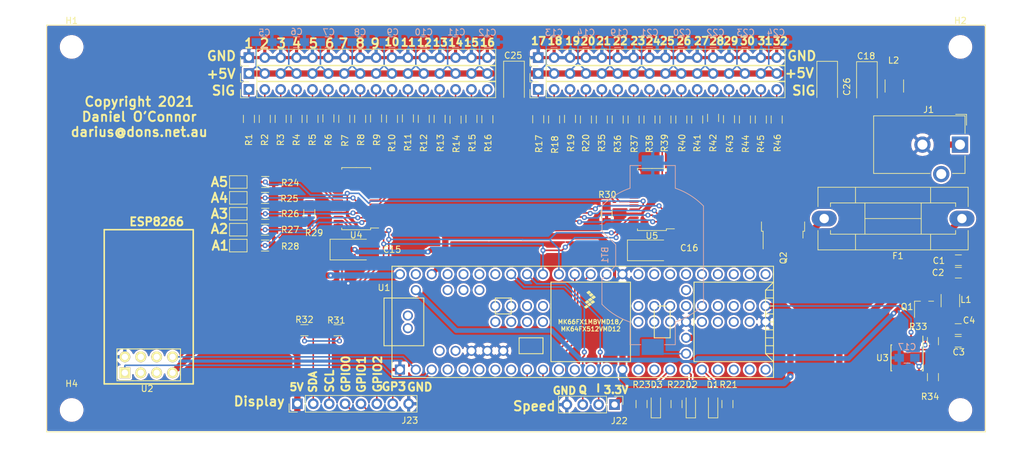
<source format=kicad_pcb>
(kicad_pcb (version 20171130) (host pcbnew "(5.1.5-0-10_14)")
  (layers (0 F.Cu signal) (31 B.Cu signal) (34 B.Paste user) (35 F.Paste user) (36 B.SilkS user) (37 F.SilkS user) (38 B.Mask user) (39 F.Mask user) (44 Edge.Cuts user))
  (net 0 "")
  (net 1 /SERVO_2)
  (net 2 /SERVO_4)
  (net 3 /SERVO_6)
  (net 4 /SERVO_7)
  (net 5 /SERVO_8)
  (net 6 /SERVO_9)
  (net 7 /SERVO_5)
  (net 8 /SERVO_0)
  (net 9 /SERVO_1)
  (net 10 /SERVO_11)
  (net 11 /SERVO_10)
  (net 12 /SERVO_19)
  (net 13 /SERVO_18)
  (net 14 /SERVO_17)
  (net 15 /SERVO_12)
  (net 16 /SERVO_16)
  (net 17 /SERVO_13)
  (net 18 /SERVO_15)
  (net 19 /SERVO_3)
  (net 20 /SERVO_14)
  (net 21 "Net-(BT1-Pad1)")
  (net 22 "Net-(C1-Pad1)")
  (net 23 GND)
  (net 24 VPP)
  (net 25 "Net-(D1-Pad2)")
  (net 26 "Net-(D1-Pad1)")
  (net 27 "Net-(D2-Pad2)")
  (net 28 "Net-(D2-Pad1)")
  (net 29 "Net-(D3-Pad2)")
  (net 30 "Net-(D3-Pad1)")
  (net 31 "Net-(J2-Pad1)")
  (net 32 /ESP_TX)
  (net 33 /ESP_RX)
  (net 34 +3V3)
  (net 35 +5V)
  (net 36 /DISP_GPIO0)
  (net 37 /DISP_GPIO1)
  (net 38 "Net-(J2-Pad2)")
  (net 39 "Net-(J2-Pad3)")
  (net 40 "Net-(J2-Pad4)")
  (net 41 "Net-(J2-Pad5)")
  (net 42 "Net-(J2-Pad6)")
  (net 43 "Net-(J2-Pad7)")
  (net 44 "Net-(J2-Pad8)")
  (net 45 "Net-(J2-Pad9)")
  (net 46 "Net-(J2-Pad10)")
  (net 47 "Net-(J2-Pad11)")
  (net 48 "Net-(J2-Pad12)")
  (net 49 "Net-(J2-Pad13)")
  (net 50 "Net-(J2-Pad14)")
  (net 51 "Net-(J2-Pad15)")
  (net 52 "Net-(J2-Pad16)")
  (net 53 /I2C_SDA)
  (net 54 /I2C_SCL)
  (net 55 "Net-(JP1-Pad2)")
  (net 56 "Net-(JP2-Pad2)")
  (net 57 "Net-(JP3-Pad2)")
  (net 58 "Net-(JP4-Pad2)")
  (net 59 "Net-(JP5-Pad2)")
  (net 60 "Net-(R29-Pad1)")
  (net 61 "Net-(R30-Pad1)")
  (net 62 "Net-(F1-Pad2)")
  (net 63 "Net-(J1-Pad1)")
  (net 64 /SPEED_SENSE_I)
  (net 65 /SPEED_SENSE_Q)
  (net 66 /DISP_GPIO2)
  (net 67 /DISP_GPIO3)
  (net 68 "Net-(Q1-Pad1)")
  (net 69 VBUS)
  (net 70 "Net-(R33-Pad2)")
  (net 71 "Net-(J5-Pad1)")
  (net 72 "Net-(J5-Pad2)")
  (net 73 "Net-(J5-Pad3)")
  (net 74 "Net-(J5-Pad4)")
  (net 75 "Net-(J5-Pad5)")
  (net 76 "Net-(J5-Pad6)")
  (net 77 "Net-(J5-Pad7)")
  (net 78 "Net-(J5-Pad8)")
  (net 79 "Net-(J5-Pad9)")
  (net 80 "Net-(J5-Pad10)")
  (net 81 "Net-(J5-Pad11)")
  (net 82 "Net-(J5-Pad12)")
  (net 83 "Net-(J5-Pad13)")
  (net 84 "Net-(J5-Pad14)")
  (net 85 "Net-(J5-Pad15)")
  (net 86 "Net-(J5-Pad16)")
  (net 87 /SERVO_20)
  (net 88 /SERVO_21)
  (net 89 /SERVO_22)
  (net 90 /SERVO_23)
  (net 91 /SERVO_24)
  (net 92 /SERVO_25)
  (net 93 /SERVO_26)
  (net 94 /SERVO_27)
  (net 95 /SERVO_28)
  (net 96 /SERVO_29)
  (net 97 /SERVO_31)
  (net 98 /SERVO_32)
  (module Connectors:Barrel_Jack_CUI_PJ-102AH (layer F.Cu) (at 260.937 46.608 270)
    (fp_text reference J1 (at -5.588 5.0165) (layer F.SilkS))
    (fp_text value Barrel_Jack_Switch hide)
    (pad 3 thru_hole circle (at 4.7 3 270) (size 2.6 2.6) (drill 1.6) (layers *.Cu *.Mask))
    (pad 2 thru_hole circle (at 0 6 270) (size 2.6 2.6) (drill 1.6) (layers *.Cu *.Mask) (net 23 GND))
    (pad 1 thru_hole rect (at 0 0 270) (size 2.6 2.6) (drill 1.6) (layers *.Cu *.Mask) (net 63 "Net-(J1-Pad1)"))
  )
  (module Battery_Holders:Keystone_1058_1x2032-CoinCell (layer B.Cu) (at 211.836 64.262 90)
    (fp_text reference BT1 (at 0 -7.62 90) (layer B.SilkS) (effects (justify mirror)))
    (fp_text value Battery_Cell hide)
    (pad 2 smd rect (at 14.68 0 90) (size 2.54 3.51) (layers B.Cu B.Paste B.Mask) (net 23 GND))
    (pad 1 smd rect (at -14.68 0 90) (size 2.54 3.51) (layers B.Cu B.Paste B.Mask) (net 21 "Net-(BT1-Pad1)"))
  )
  (module Package_SO:TSSOP-28_4.4x9.7mm_P0.65mm (layer F.Cu) (at 211.709 55.372 180)
    (fp_text reference U5 (at 0 -5.8) (layer F.SilkS))
    (fp_text value PCA9685PW hide)
    (pad 28 smd roundrect (at 2.8625 -4.225 180) (size 1.475 0.4) (layers F.Cu F.Paste F.Mask) (net 34 +3V3))
    (pad 27 smd roundrect (at 2.8625 -3.575 180) (size 1.475 0.4) (layers F.Cu F.Paste F.Mask) (net 53 /I2C_SDA))
    (pad 26 smd roundrect (at 2.8625 -2.925 180) (size 1.475 0.4) (layers F.Cu F.Paste F.Mask) (net 54 /I2C_SCL))
    (pad 25 smd roundrect (at 2.8625 -2.275 180) (size 1.475 0.4) (layers F.Cu F.Paste F.Mask) (net 23 GND))
    (pad 24 smd roundrect (at 2.8625 -1.625 180) (size 1.475 0.4) (layers F.Cu F.Paste F.Mask) (net 59 "Net-(JP5-Pad2)"))
    (pad 23 smd roundrect (at 2.8625 -0.975 180) (size 1.475 0.4) (layers F.Cu F.Paste F.Mask) (net 61 "Net-(R30-Pad1)"))
    (pad 22 smd roundrect (at 2.8625 -0.325 180) (size 1.475 0.4) (layers F.Cu F.Paste F.Mask) (net 16 /SERVO_16))
    (pad 21 smd roundrect (at 2.8625 0.325 180) (size 1.475 0.4) (layers F.Cu F.Paste F.Mask) (net 14 /SERVO_17))
    (pad 20 smd roundrect (at 2.8625 0.975 180) (size 1.475 0.4) (layers F.Cu F.Paste F.Mask) (net 13 /SERVO_18))
    (pad 19 smd roundrect (at 2.8625 1.625 180) (size 1.475 0.4) (layers F.Cu F.Paste F.Mask) (net 12 /SERVO_19))
    (pad 18 smd roundrect (at 2.8625 2.275 180) (size 1.475 0.4) (layers F.Cu F.Paste F.Mask) (net 87 /SERVO_20))
    (pad 17 smd roundrect (at 2.8625 2.925 180) (size 1.475 0.4) (layers F.Cu F.Paste F.Mask) (net 88 /SERVO_21))
    (pad 16 smd roundrect (at 2.8625 3.575 180) (size 1.475 0.4) (layers F.Cu F.Paste F.Mask) (net 89 /SERVO_22))
    (pad 15 smd roundrect (at 2.8625 4.225 180) (size 1.475 0.4) (layers F.Cu F.Paste F.Mask) (net 90 /SERVO_23))
    (pad 14 smd roundrect (at -2.8625 4.225 180) (size 1.475 0.4) (layers F.Cu F.Paste F.Mask) (net 23 GND))
    (pad 13 smd roundrect (at -2.8625 3.575 180) (size 1.475 0.4) (layers F.Cu F.Paste F.Mask) (net 91 /SERVO_24))
    (pad 12 smd roundrect (at -2.8625 2.925 180) (size 1.475 0.4) (layers F.Cu F.Paste F.Mask) (net 92 /SERVO_25))
    (pad 11 smd roundrect (at -2.8625 2.275 180) (size 1.475 0.4) (layers F.Cu F.Paste F.Mask) (net 93 /SERVO_26))
    (pad 10 smd roundrect (at -2.8625 1.625 180) (size 1.475 0.4) (layers F.Cu F.Paste F.Mask) (net 94 /SERVO_27))
    (pad 9 smd roundrect (at -2.8625 0.975 180) (size 1.475 0.4) (layers F.Cu F.Paste F.Mask) (net 95 /SERVO_28))
    (pad 8 smd roundrect (at -2.8625 0.325 180) (size 1.475 0.4) (layers F.Cu F.Paste F.Mask) (net 96 /SERVO_29))
    (pad 7 smd roundrect (at -2.8625 -0.325 180) (size 1.475 0.4) (layers F.Cu F.Paste F.Mask) (net 97 /SERVO_31))
    (pad 6 smd roundrect (at -2.8625 -0.975 180) (size 1.475 0.4) (layers F.Cu F.Paste F.Mask) (net 98 /SERVO_32))
    (pad 5 smd roundrect (at -2.8625 -1.625 180) (size 1.475 0.4) (layers F.Cu F.Paste F.Mask) (net 58 "Net-(JP4-Pad2)"))
    (pad 4 smd roundrect (at -2.8625 -2.275 180) (size 1.475 0.4) (layers F.Cu F.Paste F.Mask) (net 57 "Net-(JP3-Pad2)"))
    (pad 3 smd roundrect (at -2.8625 -2.925 180) (size 1.475 0.4) (layers F.Cu F.Paste F.Mask) (net 56 "Net-(JP2-Pad2)"))
    (pad 2 smd roundrect (at -2.8625 -3.575 180) (size 1.475 0.4) (layers F.Cu F.Paste F.Mask) (net 55 "Net-(JP1-Pad2)"))
    (pad 1 smd roundrect (at -2.8625 -4.225 180) (size 1.475 0.4) (layers F.Cu F.Paste F.Mask) (net 34 +3V3))
  )
  (module Capacitors_Tantalum_SMD:CP_Tantalum_Case-B_EIA-3528-21_Hand (layer F.Cu) (at 211.845 63.5)
    (fp_text reference C16 (at 5.833 -0.381) (layer F.SilkS))
    (fp_text value "10uF 25V" hide)
    (pad 1 smd rect (at -2.15 0) (size 3.2 2.5) (layers F.Cu F.Paste F.Mask) (net 34 +3V3))
    (pad 2 smd rect (at 2.15 0) (size 3.2 2.5) (layers F.Cu F.Paste F.Mask) (net 23 GND))
  )
  (module Resistors_SMD:R_0805_HandSoldering (layer F.Cu) (at 204.47 57.738 270)
    (fp_text reference R30 (at -3.128 -0.127 180) (layer F.SilkS))
    (fp_text value 10k hide)
    (pad 1 smd rect (at -1.35 0 270) (size 1.5 1.3) (layers F.Cu F.Paste F.Mask) (net 61 "Net-(R30-Pad1)"))
    (pad 2 smd rect (at 1.35 0 270) (size 1.5 1.3) (layers F.Cu F.Paste F.Mask) (net 23 GND))
  )
  (module Pin_Headers:Pin_Header_Straight_1x16_Pitch2.54mm (layer F.Cu) (at 147.32 35.246 90)
    (fp_text reference J3 hide)
    (fp_text value Conn_01x16_Male hide)
    (pad 1 thru_hole rect (at 0 0 90) (size 1.7 1.7) (drill 1) (layers *.Cu *.Mask) (net 24 VPP))
    (pad 2 thru_hole oval (at 0 2.54 90) (size 1.7 1.7) (drill 1) (layers *.Cu *.Mask) (net 24 VPP))
    (pad 3 thru_hole oval (at 0 5.08 90) (size 1.7 1.7) (drill 1) (layers *.Cu *.Mask) (net 24 VPP))
    (pad 4 thru_hole oval (at 0 7.62 90) (size 1.7 1.7) (drill 1) (layers *.Cu *.Mask) (net 24 VPP))
    (pad 5 thru_hole oval (at 0 10.16 90) (size 1.7 1.7) (drill 1) (layers *.Cu *.Mask) (net 24 VPP))
    (pad 6 thru_hole oval (at 0 12.7 90) (size 1.7 1.7) (drill 1) (layers *.Cu *.Mask) (net 24 VPP))
    (pad 7 thru_hole oval (at 0 15.24 90) (size 1.7 1.7) (drill 1) (layers *.Cu *.Mask) (net 24 VPP))
    (pad 8 thru_hole oval (at 0 17.78 90) (size 1.7 1.7) (drill 1) (layers *.Cu *.Mask) (net 24 VPP))
    (pad 9 thru_hole oval (at 0 20.32 90) (size 1.7 1.7) (drill 1) (layers *.Cu *.Mask) (net 24 VPP))
    (pad 10 thru_hole oval (at 0 22.86 90) (size 1.7 1.7) (drill 1) (layers *.Cu *.Mask) (net 24 VPP))
    (pad 11 thru_hole oval (at 0 25.4 90) (size 1.7 1.7) (drill 1) (layers *.Cu *.Mask) (net 24 VPP))
    (pad 12 thru_hole oval (at 0 27.94 90) (size 1.7 1.7) (drill 1) (layers *.Cu *.Mask) (net 24 VPP))
    (pad 13 thru_hole oval (at 0 30.48 90) (size 1.7 1.7) (drill 1) (layers *.Cu *.Mask) (net 24 VPP))
    (pad 14 thru_hole oval (at 0 33.02 90) (size 1.7 1.7) (drill 1) (layers *.Cu *.Mask) (net 24 VPP))
    (pad 15 thru_hole oval (at 0 35.56 90) (size 1.7 1.7) (drill 1) (layers *.Cu *.Mask) (net 24 VPP))
    (pad 16 thru_hole oval (at 0 38.1 90) (size 1.7 1.7) (drill 1) (layers *.Cu *.Mask) (net 24 VPP))
  )
  (module Resistors_SMD:R_0805_HandSoldering (layer F.Cu) (at 231.648 42.592 270)
    (fp_text reference R46 (at 3.763 -0.127 270) (layer F.SilkS))
    (fp_text value 100 hide)
    (pad 1 smd rect (at -1.35 0 270) (size 1.5 1.3) (layers F.Cu F.Paste F.Mask) (net 86 "Net-(J5-Pad16)"))
    (pad 2 smd rect (at 1.35 0 270) (size 1.5 1.3) (layers F.Cu F.Paste F.Mask) (net 98 /SERVO_32))
  )
  (module Resistors_SMD:R_0805_HandSoldering (layer F.Cu) (at 229.108 42.592 270)
    (fp_text reference R45 (at 3.89 0 270) (layer F.SilkS))
    (fp_text value 100 hide)
    (pad 1 smd rect (at -1.35 0 270) (size 1.5 1.3) (layers F.Cu F.Paste F.Mask) (net 85 "Net-(J5-Pad15)"))
    (pad 2 smd rect (at 1.35 0 270) (size 1.5 1.3) (layers F.Cu F.Paste F.Mask) (net 97 /SERVO_31))
  )
  (module Resistors_SMD:R_0805_HandSoldering (layer F.Cu) (at 226.568 42.592 270)
    (fp_text reference R44 (at 3.89 -0.127 270) (layer F.SilkS))
    (fp_text value 100 hide)
    (pad 1 smd rect (at -1.35 0 270) (size 1.5 1.3) (layers F.Cu F.Paste F.Mask) (net 84 "Net-(J5-Pad14)"))
    (pad 2 smd rect (at 1.35 0 270) (size 1.5 1.3) (layers F.Cu F.Paste F.Mask) (net 96 /SERVO_29))
  )
  (module Resistors_SMD:R_0805_HandSoldering (layer F.Cu) (at 224.028 42.545 270)
    (fp_text reference R43 (at 3.937 -0.127 270) (layer F.SilkS))
    (fp_text value 100 hide)
    (pad 1 smd rect (at -1.35 0 270) (size 1.5 1.3) (layers F.Cu F.Paste F.Mask) (net 83 "Net-(J5-Pad13)"))
    (pad 2 smd rect (at 1.35 0 270) (size 1.5 1.3) (layers F.Cu F.Paste F.Mask) (net 95 /SERVO_28))
  )
  (module Resistors_SMD:R_0805_HandSoldering (layer F.Cu) (at 221.488 42.338 270)
    (fp_text reference R42 (at 4.017 0 90) (layer F.SilkS))
    (fp_text value 100 hide)
    (pad 1 smd rect (at -1.35 0 270) (size 1.5 1.3) (layers F.Cu F.Paste F.Mask) (net 82 "Net-(J5-Pad12)"))
    (pad 2 smd rect (at 1.35 0 270) (size 1.5 1.3) (layers F.Cu F.Paste F.Mask) (net 94 /SERVO_27))
  )
  (module Resistors_SMD:R_0805_HandSoldering (layer F.Cu) (at 218.948 42.592 270)
    (fp_text reference R41 (at 3.763 0 90) (layer F.SilkS))
    (fp_text value 100 hide)
    (pad 1 smd rect (at -1.35 0 270) (size 1.5 1.3) (layers F.Cu F.Paste F.Mask) (net 81 "Net-(J5-Pad11)"))
    (pad 2 smd rect (at 1.35 0 270) (size 1.5 1.3) (layers F.Cu F.Paste F.Mask) (net 93 /SERVO_26))
  )
  (module Resistors_SMD:R_0805_HandSoldering (layer F.Cu) (at 216.408 42.592 270)
    (fp_text reference R40 (at 3.763 -0.127 90) (layer F.SilkS))
    (fp_text value 100 hide)
    (pad 1 smd rect (at -1.35 0 270) (size 1.5 1.3) (layers F.Cu F.Paste F.Mask) (net 80 "Net-(J5-Pad10)"))
    (pad 2 smd rect (at 1.35 0 270) (size 1.5 1.3) (layers F.Cu F.Paste F.Mask) (net 92 /SERVO_25))
  )
  (module Resistors_SMD:R_0805_HandSoldering (layer F.Cu) (at 213.868 42.592 270)
    (fp_text reference R39 (at 3.763 0.127 90) (layer F.SilkS))
    (fp_text value 100 hide)
    (pad 1 smd rect (at -1.35 0 270) (size 1.5 1.3) (layers F.Cu F.Paste F.Mask) (net 79 "Net-(J5-Pad9)"))
    (pad 2 smd rect (at 1.35 0 270) (size 1.5 1.3) (layers F.Cu F.Paste F.Mask) (net 91 /SERVO_24))
  )
  (module Resistors_SMD:R_0805_HandSoldering (layer F.Cu) (at 211.328 42.592 270)
    (fp_text reference R38 (at 3.89 0 90) (layer F.SilkS))
    (fp_text value 100 hide)
    (pad 1 smd rect (at -1.35 0 270) (size 1.5 1.3) (layers F.Cu F.Paste F.Mask) (net 78 "Net-(J5-Pad8)"))
    (pad 2 smd rect (at 1.35 0 270) (size 1.5 1.3) (layers F.Cu F.Paste F.Mask) (net 90 /SERVO_23))
  )
  (module Resistors_SMD:R_0805_HandSoldering (layer F.Cu) (at 208.788 42.592 270)
    (fp_text reference R37 (at 3.89 -0.127 90) (layer F.SilkS))
    (fp_text value 100 hide)
    (pad 1 smd rect (at -1.35 0 270) (size 1.5 1.3) (layers F.Cu F.Paste F.Mask) (net 77 "Net-(J5-Pad7)"))
    (pad 2 smd rect (at 1.35 0 270) (size 1.5 1.3) (layers F.Cu F.Paste F.Mask) (net 89 /SERVO_22))
  )
  (module Resistors_SMD:R_0805_HandSoldering (layer F.Cu) (at 206.248 42.592 270)
    (fp_text reference R36 (at 3.89 0 90) (layer F.SilkS))
    (fp_text value 100 hide)
    (pad 1 smd rect (at -1.35 0 270) (size 1.5 1.3) (layers F.Cu F.Paste F.Mask) (net 76 "Net-(J5-Pad6)"))
    (pad 2 smd rect (at 1.35 0 270) (size 1.5 1.3) (layers F.Cu F.Paste F.Mask) (net 88 /SERVO_21))
  )
  (module Resistors_SMD:R_0805_HandSoldering (layer F.Cu) (at 203.708 42.592 270)
    (fp_text reference R35 (at 3.763 0 90) (layer F.SilkS))
    (fp_text value 100 hide)
    (pad 1 smd rect (at -1.35 0 270) (size 1.5 1.3) (layers F.Cu F.Paste F.Mask) (net 75 "Net-(J5-Pad5)"))
    (pad 2 smd rect (at 1.35 0 270) (size 1.5 1.3) (layers F.Cu F.Paste F.Mask) (net 87 /SERVO_20))
  )
  (module Resistors_SMD:R_0805_HandSoldering (layer F.Cu) (at 201.168 42.592 270)
    (fp_text reference R20 (at 3.763 0 90) (layer F.SilkS))
    (fp_text value 100 hide)
    (pad 1 smd rect (at -1.35 0 270) (size 1.5 1.3) (layers F.Cu F.Paste F.Mask) (net 74 "Net-(J5-Pad4)"))
    (pad 2 smd rect (at 1.35 0 270) (size 1.5 1.3) (layers F.Cu F.Paste F.Mask) (net 12 /SERVO_19))
  )
  (module Resistors_SMD:R_0805_HandSoldering (layer F.Cu) (at 198.628 42.498 270)
    (fp_text reference R19 (at 3.857 -0.127 90) (layer F.SilkS))
    (fp_text value 100 hide)
    (pad 1 smd rect (at -1.35 0 270) (size 1.5 1.3) (layers F.Cu F.Paste F.Mask) (net 73 "Net-(J5-Pad3)"))
    (pad 2 smd rect (at 1.35 0 270) (size 1.5 1.3) (layers F.Cu F.Paste F.Mask) (net 13 /SERVO_18))
  )
  (module Resistors_SMD:R_0805_HandSoldering (layer F.Cu) (at 196.088 42.592 270)
    (fp_text reference R18 (at 4.017 -0.127 90) (layer F.SilkS))
    (fp_text value 100 hide)
    (pad 1 smd rect (at -1.35 0 270) (size 1.5 1.3) (layers F.Cu F.Paste F.Mask) (net 72 "Net-(J5-Pad2)"))
    (pad 2 smd rect (at 1.35 0 270) (size 1.5 1.3) (layers F.Cu F.Paste F.Mask) (net 14 /SERVO_17))
  )
  (module Resistors_SMD:R_0805_HandSoldering (layer F.Cu) (at 193.548 42.545 270)
    (fp_text reference R17 (at 3.937 -0.127 90) (layer F.SilkS))
    (fp_text value 100 hide)
    (pad 1 smd rect (at -1.35 0 270) (size 1.5 1.3) (layers F.Cu F.Paste F.Mask) (net 71 "Net-(J5-Pad1)"))
    (pad 2 smd rect (at 1.35 0 270) (size 1.5 1.3) (layers F.Cu F.Paste F.Mask) (net 16 /SERVO_16))
  )
  (module Pin_Headers:Pin_Header_Straight_1x16_Pitch2.54mm (layer F.Cu) (at 193.548 32.706 90)
    (fp_text reference J7 hide)
    (fp_text value Conn_01x16_Male hide)
    (pad 1 thru_hole rect (at 0 0 90) (size 1.7 1.7) (drill 1) (layers *.Cu *.Mask) (net 23 GND))
    (pad 2 thru_hole oval (at 0 2.54 90) (size 1.7 1.7) (drill 1) (layers *.Cu *.Mask) (net 23 GND))
    (pad 3 thru_hole oval (at 0 5.08 90) (size 1.7 1.7) (drill 1) (layers *.Cu *.Mask) (net 23 GND))
    (pad 4 thru_hole oval (at 0 7.62 90) (size 1.7 1.7) (drill 1) (layers *.Cu *.Mask) (net 23 GND))
    (pad 5 thru_hole oval (at 0 10.16 90) (size 1.7 1.7) (drill 1) (layers *.Cu *.Mask) (net 23 GND))
    (pad 6 thru_hole oval (at 0 12.7 90) (size 1.7 1.7) (drill 1) (layers *.Cu *.Mask) (net 23 GND))
    (pad 7 thru_hole oval (at 0 15.24 90) (size 1.7 1.7) (drill 1) (layers *.Cu *.Mask) (net 23 GND))
    (pad 8 thru_hole oval (at 0 17.78 90) (size 1.7 1.7) (drill 1) (layers *.Cu *.Mask) (net 23 GND))
    (pad 9 thru_hole oval (at 0 20.32 90) (size 1.7 1.7) (drill 1) (layers *.Cu *.Mask) (net 23 GND))
    (pad 10 thru_hole oval (at 0 22.86 90) (size 1.7 1.7) (drill 1) (layers *.Cu *.Mask) (net 23 GND))
    (pad 11 thru_hole oval (at 0 25.4 90) (size 1.7 1.7) (drill 1) (layers *.Cu *.Mask) (net 23 GND))
    (pad 12 thru_hole oval (at 0 27.94 90) (size 1.7 1.7) (drill 1) (layers *.Cu *.Mask) (net 23 GND))
    (pad 13 thru_hole oval (at 0 30.48 90) (size 1.7 1.7) (drill 1) (layers *.Cu *.Mask) (net 23 GND))
    (pad 14 thru_hole oval (at 0 33.02 90) (size 1.7 1.7) (drill 1) (layers *.Cu *.Mask) (net 23 GND))
    (pad 15 thru_hole oval (at 0 35.56 90) (size 1.7 1.7) (drill 1) (layers *.Cu *.Mask) (net 23 GND))
    (pad 16 thru_hole oval (at 0 38.1 90) (size 1.7 1.7) (drill 1) (layers *.Cu *.Mask) (net 23 GND))
  )
  (module Pin_Headers:Pin_Header_Straight_1x16_Pitch2.54mm (layer F.Cu) (at 193.548 35.246 90)
    (fp_text reference J6 hide)
    (fp_text value Conn_01x16_Male hide)
    (pad 1 thru_hole rect (at 0 0 90) (size 1.7 1.7) (drill 1) (layers *.Cu *.Mask) (net 24 VPP))
    (pad 2 thru_hole oval (at 0 2.54 90) (size 1.7 1.7) (drill 1) (layers *.Cu *.Mask) (net 24 VPP))
    (pad 3 thru_hole oval (at 0 5.08 90) (size 1.7 1.7) (drill 1) (layers *.Cu *.Mask) (net 24 VPP))
    (pad 4 thru_hole oval (at 0 7.62 90) (size 1.7 1.7) (drill 1) (layers *.Cu *.Mask) (net 24 VPP))
    (pad 5 thru_hole oval (at 0 10.16 90) (size 1.7 1.7) (drill 1) (layers *.Cu *.Mask) (net 24 VPP))
    (pad 6 thru_hole oval (at 0 12.7 90) (size 1.7 1.7) (drill 1) (layers *.Cu *.Mask) (net 24 VPP))
    (pad 7 thru_hole oval (at 0 15.24 90) (size 1.7 1.7) (drill 1) (layers *.Cu *.Mask) (net 24 VPP))
    (pad 8 thru_hole oval (at 0 17.78 90) (size 1.7 1.7) (drill 1) (layers *.Cu *.Mask) (net 24 VPP))
    (pad 9 thru_hole oval (at 0 20.32 90) (size 1.7 1.7) (drill 1) (layers *.Cu *.Mask) (net 24 VPP))
    (pad 10 thru_hole oval (at 0 22.86 90) (size 1.7 1.7) (drill 1) (layers *.Cu *.Mask) (net 24 VPP))
    (pad 11 thru_hole oval (at 0 25.4 90) (size 1.7 1.7) (drill 1) (layers *.Cu *.Mask) (net 24 VPP))
    (pad 12 thru_hole oval (at 0 27.94 90) (size 1.7 1.7) (drill 1) (layers *.Cu *.Mask) (net 24 VPP))
    (pad 13 thru_hole oval (at 0 30.48 90) (size 1.7 1.7) (drill 1) (layers *.Cu *.Mask) (net 24 VPP))
    (pad 14 thru_hole oval (at 0 33.02 90) (size 1.7 1.7) (drill 1) (layers *.Cu *.Mask) (net 24 VPP))
    (pad 15 thru_hole oval (at 0 35.56 90) (size 1.7 1.7) (drill 1) (layers *.Cu *.Mask) (net 24 VPP))
    (pad 16 thru_hole oval (at 0 38.1 90) (size 1.7 1.7) (drill 1) (layers *.Cu *.Mask) (net 24 VPP))
  )
  (module Pin_Headers:Pin_Header_Straight_1x16_Pitch2.54mm (layer F.Cu) (at 193.548 37.786 90)
    (fp_text reference J5 hide)
    (fp_text value Conn_01_16_Male hide)
    (pad 1 thru_hole rect (at 0 0 90) (size 1.7 1.7) (drill 1) (layers *.Cu *.Mask) (net 71 "Net-(J5-Pad1)"))
    (pad 2 thru_hole oval (at 0 2.54 90) (size 1.7 1.7) (drill 1) (layers *.Cu *.Mask) (net 72 "Net-(J5-Pad2)"))
    (pad 3 thru_hole oval (at 0 5.08 90) (size 1.7 1.7) (drill 1) (layers *.Cu *.Mask) (net 73 "Net-(J5-Pad3)"))
    (pad 4 thru_hole oval (at 0 7.62 90) (size 1.7 1.7) (drill 1) (layers *.Cu *.Mask) (net 74 "Net-(J5-Pad4)"))
    (pad 5 thru_hole oval (at 0 10.16 90) (size 1.7 1.7) (drill 1) (layers *.Cu *.Mask) (net 75 "Net-(J5-Pad5)"))
    (pad 6 thru_hole oval (at 0 12.7 90) (size 1.7 1.7) (drill 1) (layers *.Cu *.Mask) (net 76 "Net-(J5-Pad6)"))
    (pad 7 thru_hole oval (at 0 15.24 90) (size 1.7 1.7) (drill 1) (layers *.Cu *.Mask) (net 77 "Net-(J5-Pad7)"))
    (pad 8 thru_hole oval (at 0 17.78 90) (size 1.7 1.7) (drill 1) (layers *.Cu *.Mask) (net 78 "Net-(J5-Pad8)"))
    (pad 9 thru_hole oval (at 0 20.32 90) (size 1.7 1.7) (drill 1) (layers *.Cu *.Mask) (net 79 "Net-(J5-Pad9)"))
    (pad 10 thru_hole oval (at 0 22.86 90) (size 1.7 1.7) (drill 1) (layers *.Cu *.Mask) (net 80 "Net-(J5-Pad10)"))
    (pad 11 thru_hole oval (at 0 25.4 90) (size 1.7 1.7) (drill 1) (layers *.Cu *.Mask) (net 81 "Net-(J5-Pad11)"))
    (pad 12 thru_hole oval (at 0 27.94 90) (size 1.7 1.7) (drill 1) (layers *.Cu *.Mask) (net 82 "Net-(J5-Pad12)"))
    (pad 13 thru_hole oval (at 0 30.48 90) (size 1.7 1.7) (drill 1) (layers *.Cu *.Mask) (net 83 "Net-(J5-Pad13)"))
    (pad 14 thru_hole oval (at 0 33.02 90) (size 1.7 1.7) (drill 1) (layers *.Cu *.Mask) (net 84 "Net-(J5-Pad14)"))
    (pad 15 thru_hole oval (at 0 35.56 90) (size 1.7 1.7) (drill 1) (layers *.Cu *.Mask) (net 85 "Net-(J5-Pad15)"))
    (pad 16 thru_hole oval (at 0 38.1 90) (size 1.7 1.7) (drill 1) (layers *.Cu *.Mask) (net 86 "Net-(J5-Pad16)"))
  )
  (module Pin_Headers:Pin_Header_Straight_1x16_Pitch2.54mm (layer F.Cu) (at 147.32 32.706 90)
    (fp_text reference J4 hide)
    (fp_text value Conn_01x16_Male hide)
    (pad 1 thru_hole rect (at 0 0 90) (size 1.7 1.7) (drill 1) (layers *.Cu *.Mask) (net 23 GND))
    (pad 2 thru_hole oval (at 0 2.54 90) (size 1.7 1.7) (drill 1) (layers *.Cu *.Mask) (net 23 GND))
    (pad 3 thru_hole oval (at 0 5.08 90) (size 1.7 1.7) (drill 1) (layers *.Cu *.Mask) (net 23 GND))
    (pad 4 thru_hole oval (at 0 7.62 90) (size 1.7 1.7) (drill 1) (layers *.Cu *.Mask) (net 23 GND))
    (pad 5 thru_hole oval (at 0 10.16 90) (size 1.7 1.7) (drill 1) (layers *.Cu *.Mask) (net 23 GND))
    (pad 6 thru_hole oval (at 0 12.7 90) (size 1.7 1.7) (drill 1) (layers *.Cu *.Mask) (net 23 GND))
    (pad 7 thru_hole oval (at 0 15.24 90) (size 1.7 1.7) (drill 1) (layers *.Cu *.Mask) (net 23 GND))
    (pad 8 thru_hole oval (at 0 17.78 90) (size 1.7 1.7) (drill 1) (layers *.Cu *.Mask) (net 23 GND))
    (pad 9 thru_hole oval (at 0 20.32 90) (size 1.7 1.7) (drill 1) (layers *.Cu *.Mask) (net 23 GND))
    (pad 10 thru_hole oval (at 0 22.86 90) (size 1.7 1.7) (drill 1) (layers *.Cu *.Mask) (net 23 GND))
    (pad 11 thru_hole oval (at 0 25.4 90) (size 1.7 1.7) (drill 1) (layers *.Cu *.Mask) (net 23 GND))
    (pad 12 thru_hole oval (at 0 27.94 90) (size 1.7 1.7) (drill 1) (layers *.Cu *.Mask) (net 23 GND))
    (pad 13 thru_hole oval (at 0 30.48 90) (size 1.7 1.7) (drill 1) (layers *.Cu *.Mask) (net 23 GND))
    (pad 14 thru_hole oval (at 0 33.02 90) (size 1.7 1.7) (drill 1) (layers *.Cu *.Mask) (net 23 GND))
    (pad 15 thru_hole oval (at 0 35.56 90) (size 1.7 1.7) (drill 1) (layers *.Cu *.Mask) (net 23 GND))
    (pad 16 thru_hole oval (at 0 38.1 90) (size 1.7 1.7) (drill 1) (layers *.Cu *.Mask) (net 23 GND))
  )
  (module Pin_Headers:Pin_Header_Straight_1x16_Pitch2.54mm (layer F.Cu) (at 147.32 37.786 90)
    (fp_text reference J2 hide)
    (fp_text value Conn_01_16_Male hide)
    (pad 1 thru_hole rect (at 0 0 90) (size 1.7 1.7) (drill 1) (layers *.Cu *.Mask) (net 31 "Net-(J2-Pad1)"))
    (pad 2 thru_hole oval (at 0 2.54 90) (size 1.7 1.7) (drill 1) (layers *.Cu *.Mask) (net 38 "Net-(J2-Pad2)"))
    (pad 3 thru_hole oval (at 0 5.08 90) (size 1.7 1.7) (drill 1) (layers *.Cu *.Mask) (net 39 "Net-(J2-Pad3)"))
    (pad 4 thru_hole oval (at 0 7.62 90) (size 1.7 1.7) (drill 1) (layers *.Cu *.Mask) (net 40 "Net-(J2-Pad4)"))
    (pad 5 thru_hole oval (at 0 10.16 90) (size 1.7 1.7) (drill 1) (layers *.Cu *.Mask) (net 41 "Net-(J2-Pad5)"))
    (pad 6 thru_hole oval (at 0 12.7 90) (size 1.7 1.7) (drill 1) (layers *.Cu *.Mask) (net 42 "Net-(J2-Pad6)"))
    (pad 7 thru_hole oval (at 0 15.24 90) (size 1.7 1.7) (drill 1) (layers *.Cu *.Mask) (net 43 "Net-(J2-Pad7)"))
    (pad 8 thru_hole oval (at 0 17.78 90) (size 1.7 1.7) (drill 1) (layers *.Cu *.Mask) (net 44 "Net-(J2-Pad8)"))
    (pad 9 thru_hole oval (at 0 20.32 90) (size 1.7 1.7) (drill 1) (layers *.Cu *.Mask) (net 45 "Net-(J2-Pad9)"))
    (pad 10 thru_hole oval (at 0 22.86 90) (size 1.7 1.7) (drill 1) (layers *.Cu *.Mask) (net 46 "Net-(J2-Pad10)"))
    (pad 11 thru_hole oval (at 0 25.4 90) (size 1.7 1.7) (drill 1) (layers *.Cu *.Mask) (net 47 "Net-(J2-Pad11)"))
    (pad 12 thru_hole oval (at 0 27.94 90) (size 1.7 1.7) (drill 1) (layers *.Cu *.Mask) (net 48 "Net-(J2-Pad12)"))
    (pad 13 thru_hole oval (at 0 30.48 90) (size 1.7 1.7) (drill 1) (layers *.Cu *.Mask) (net 49 "Net-(J2-Pad13)"))
    (pad 14 thru_hole oval (at 0 33.02 90) (size 1.7 1.7) (drill 1) (layers *.Cu *.Mask) (net 50 "Net-(J2-Pad14)"))
    (pad 15 thru_hole oval (at 0 35.56 90) (size 1.7 1.7) (drill 1) (layers *.Cu *.Mask) (net 51 "Net-(J2-Pad15)"))
    (pad 16 thru_hole oval (at 0 38.1 90) (size 1.7 1.7) (drill 1) (layers *.Cu *.Mask) (net 52 "Net-(J2-Pad16)"))
  )
  (module Capacitors_Tantalum_SMD:CP_Tantalum_Case-B_EIA-3528-21_Hand (layer F.Cu) (at 239.7125 37.347 270)
    (fp_text reference C26 (at 0 -3.15 90) (layer F.SilkS))
    (fp_text value "10uF 25V" hide)
    (pad 1 smd rect (at -2.15 0 270) (size 3.2 2.5) (layers F.Cu F.Paste F.Mask) (net 24 VPP))
    (pad 2 smd rect (at 2.15 0 270) (size 3.2 2.5) (layers F.Cu F.Paste F.Mask) (net 23 GND))
  )
  (module Capacitors_Tantalum_SMD:CP_Tantalum_Case-B_EIA-3528-21_Hand (layer F.Cu) (at 189.6745 37.329 270)
    (fp_text reference C25 (at -4.962 0.127) (layer F.SilkS))
    (fp_text value "10uF 25V" hide)
    (pad 1 smd rect (at -2.15 0 270) (size 3.2 2.5) (layers F.Cu F.Paste F.Mask) (net 24 VPP))
    (pad 2 smd rect (at 2.15 0 270) (size 3.2 2.5) (layers F.Cu F.Paste F.Mask) (net 23 GND))
  )
  (module Capacitors_SMD:C_0805_HandSoldering (layer B.Cu) (at 231.628 30.226)
    (fp_text reference C24 (at -0.107 -1.524 180) (layer B.SilkS) (effects (justify mirror)))
    (fp_text value 100n hide)
    (pad 1 smd rect (at -1.25 0) (size 1.5 1.25) (layers B.Cu B.Paste B.Mask) (net 24 VPP))
    (pad 2 smd rect (at 1.25 0) (size 1.5 1.25) (layers B.Cu B.Paste B.Mask) (net 23 GND))
  )
  (module Capacitors_SMD:C_0805_HandSoldering (layer B.Cu) (at 226.548 30.226)
    (fp_text reference C23 (at 0.147 -1.524 180) (layer B.SilkS) (effects (justify mirror)))
    (fp_text value 100n hide)
    (pad 1 smd rect (at -1.25 0) (size 1.5 1.25) (layers B.Cu B.Paste B.Mask) (net 24 VPP))
    (pad 2 smd rect (at 1.25 0) (size 1.5 1.25) (layers B.Cu B.Paste B.Mask) (net 23 GND))
  )
  (module Capacitors_SMD:C_0805_HandSoldering (layer B.Cu) (at 221.488 30.226)
    (fp_text reference C22 (at 0.381 -1.524 180) (layer B.SilkS) (effects (justify mirror)))
    (fp_text value 100n hide)
    (pad 1 smd rect (at -1.25 0) (size 1.5 1.25) (layers B.Cu B.Paste B.Mask) (net 24 VPP))
    (pad 2 smd rect (at 1.25 0) (size 1.5 1.25) (layers B.Cu B.Paste B.Mask) (net 23 GND))
  )
  (module Capacitors_SMD:C_0805_HandSoldering (layer B.Cu) (at 211.308 30.226)
    (fp_text reference C21 (at 0.02 -1.524 180) (layer B.SilkS) (effects (justify mirror)))
    (fp_text value 100n hide)
    (pad 1 smd rect (at -1.25 0) (size 1.5 1.25) (layers B.Cu B.Paste B.Mask) (net 24 VPP))
    (pad 2 smd rect (at 1.25 0) (size 1.5 1.25) (layers B.Cu B.Paste B.Mask) (net 23 GND))
  )
  (module Capacitors_SMD:C_0805_HandSoldering (layer B.Cu) (at 216.388 30.226)
    (fp_text reference C20 (at 0.147 -1.524 180) (layer B.SilkS) (effects (justify mirror)))
    (fp_text value 100n hide)
    (pad 1 smd rect (at -1.25 0) (size 1.5 1.25) (layers B.Cu B.Paste B.Mask) (net 24 VPP))
    (pad 2 smd rect (at 1.25 0) (size 1.5 1.25) (layers B.Cu B.Paste B.Mask) (net 23 GND))
  )
  (module Capacitors_SMD:C_0805_HandSoldering (layer B.Cu) (at 206.228 30.226)
    (fp_text reference C19 (at 0.274 -1.524 180) (layer B.SilkS) (effects (justify mirror)))
    (fp_text value 100n hide)
    (pad 1 smd rect (at -1.25 0) (size 1.5 1.25) (layers B.Cu B.Paste B.Mask) (net 24 VPP))
    (pad 2 smd rect (at 1.25 0) (size 1.5 1.25) (layers B.Cu B.Paste B.Mask) (net 23 GND))
  )
  (module Capacitors_SMD:C_0805_HandSoldering (layer B.Cu) (at 201.148 30.226)
    (fp_text reference C14 (at 0.02 -1.524 180) (layer B.SilkS) (effects (justify mirror)))
    (fp_text value 100n hide)
    (pad 1 smd rect (at -1.25 0) (size 1.5 1.25) (layers B.Cu B.Paste B.Mask) (net 24 VPP))
    (pad 2 smd rect (at 1.25 0) (size 1.5 1.25) (layers B.Cu B.Paste B.Mask) (net 23 GND))
  )
  (module Capacitors_SMD:C_0805_HandSoldering (layer B.Cu) (at 196.068 30.226)
    (fp_text reference C13 (at 0 -1.524 180) (layer B.SilkS) (effects (justify mirror)))
    (fp_text value 100n hide)
    (pad 1 smd rect (at -1.25 0) (size 1.5 1.25) (layers B.Cu B.Paste B.Mask) (net 24 VPP))
    (pad 2 smd rect (at 1.25 0) (size 1.5 1.25) (layers B.Cu B.Paste B.Mask) (net 23 GND))
  )
  (module Resistors_SMD:R_0805_HandSoldering (layer F.Cu) (at 256.6075 83.758 270)
    (fp_text reference R34 (at 3.11 0.4485 180) (layer F.SilkS))
    (fp_text value 10k hide)
    (pad 1 smd rect (at -1.35 0 270) (size 1.5 1.3) (layers F.Cu F.Paste F.Mask) (net 70 "Net-(R33-Pad2)"))
    (pad 2 smd rect (at 1.35 0 270) (size 1.5 1.3) (layers F.Cu F.Paste F.Mask) (net 23 GND))
  )
  (module Resistors_SMD:R_0805_HandSoldering (layer F.Cu) (at 256.6075 78.008 270)
    (fp_text reference R33 (at -2.316 2.3535 180) (layer F.SilkS))
    (fp_text value 10k hide)
    (pad 1 smd rect (at -1.35 0 270) (size 1.5 1.3) (layers F.Cu F.Paste F.Mask) (net 35 +5V))
    (pad 2 smd rect (at 1.35 0 270) (size 1.5 1.3) (layers F.Cu F.Paste F.Mask) (net 70 "Net-(R33-Pad2)"))
  )
  (module TO_SOT_Packages_SMD:TO-252-2 (layer F.Cu) (at 232.664 57.9755 90)
    (fp_text reference Q2 (at -6.731 0.0635 90) (layer F.SilkS))
    (fp_text value AOD417 hide)
    (pad 1 smd rect (at -4.2 -2.28 90) (size 2.2 1.2) (layers F.Cu F.Paste F.Mask) (net 23 GND))
    (pad 3 smd rect (at -4.2 2.28 90) (size 2.2 1.2) (layers F.Cu F.Paste F.Mask) (net 62 "Net-(F1-Pad2)"))
    (pad 2 smd rect (at 2.1 0 90) (size 6.4 5.8) (layers F.Cu F.Mask) (net 63 "Net-(J1-Pad1)"))
    (pad 2 smd rect (at 3.775 1.525 90) (size 3.05 2.75) (layers F.Cu F.Paste) (net 63 "Net-(J1-Pad1)"))
    (pad 2 smd rect (at 0.425 -1.525 90) (size 3.05 2.75) (layers F.Cu F.Paste) (net 63 "Net-(J1-Pad1)"))
    (pad 2 smd rect (at 3.775 -1.525 90) (size 3.05 2.75) (layers F.Cu F.Paste) (net 63 "Net-(J1-Pad1)"))
    (pad 2 smd rect (at 0.425 1.525 90) (size 3.05 2.75) (layers F.Cu F.Paste) (net 63 "Net-(J1-Pad1)"))
  )
  (module Pin_Headers:Pin_Header_Straight_1x08_Pitch2.54mm (layer F.Cu) (at 155.067 88.011 90)
    (fp_text reference J23 (at -2.667 17.9705 180) (layer F.SilkS))
    (fp_text value Conn_01x08_MountingPin hide)
    (pad 1 thru_hole rect (at 0 0 90) (size 1.7 1.7) (drill 1) (layers *.Cu *.Mask) (net 35 +5V))
    (pad 2 thru_hole oval (at 0 2.54 90) (size 1.7 1.7) (drill 1) (layers *.Cu *.Mask) (net 53 /I2C_SDA))
    (pad 3 thru_hole oval (at 0 5.08 90) (size 1.7 1.7) (drill 1) (layers *.Cu *.Mask) (net 54 /I2C_SCL))
    (pad 4 thru_hole oval (at 0 7.62 90) (size 1.7 1.7) (drill 1) (layers *.Cu *.Mask) (net 36 /DISP_GPIO0))
    (pad 5 thru_hole oval (at 0 10.16 90) (size 1.7 1.7) (drill 1) (layers *.Cu *.Mask) (net 37 /DISP_GPIO1))
    (pad 6 thru_hole oval (at 0 12.7 90) (size 1.7 1.7) (drill 1) (layers *.Cu *.Mask) (net 66 /DISP_GPIO2))
    (pad 7 thru_hole oval (at 0 15.24 90) (size 1.7 1.7) (drill 1) (layers *.Cu *.Mask) (net 67 /DISP_GPIO3))
    (pad 8 thru_hole oval (at 0 17.78 90) (size 1.7 1.7) (drill 1) (layers *.Cu *.Mask) (net 23 GND))
  )
  (module Pin_Headers:Pin_Header_Straight_1x04_Pitch2.54mm (layer F.Cu) (at 205.74 88.138 270)
    (fp_text reference J22 (at 2.6035 -0.762) (layer F.SilkS))
    (fp_text value Conn_01x04_MountingPin hide)
    (pad 1 thru_hole rect (at 0 0 270) (size 1.7 1.7) (drill 1) (layers *.Cu *.Mask) (net 34 +3V3))
    (pad 2 thru_hole oval (at 0 2.54 270) (size 1.7 1.7) (drill 1) (layers *.Cu *.Mask) (net 64 /SPEED_SENSE_I))
    (pad 3 thru_hole oval (at 0 5.08 270) (size 1.7 1.7) (drill 1) (layers *.Cu *.Mask) (net 65 /SPEED_SENSE_Q))
    (pad 4 thru_hole oval (at 0 7.62 270) (size 1.7 1.7) (drill 1) (layers *.Cu *.Mask) (net 23 GND))
  )
  (module Capacitors_Tantalum_SMD:CP_Tantalum_Case-B_EIA-3528-21_Hand (layer F.Cu) (at 246.0625 37.4105 270)
    (fp_text reference C18 (at -4.953 0.127 180) (layer F.SilkS))
    (fp_text value "10uF 25V" hide)
    (pad 1 smd rect (at -2.15 0 270) (size 3.2 2.5) (layers F.Cu F.Paste F.Mask) (net 24 VPP))
    (pad 2 smd rect (at 2.15 0 270) (size 3.2 2.5) (layers F.Cu F.Paste F.Mask) (net 23 GND))
  )
  (module Capacitors_SMD:C_0805_HandSoldering (layer B.Cu) (at 252.476 80.6704 180)
    (fp_text reference C17 (at 0 1.75) (layer B.SilkS) (effects (justify mirror)))
    (fp_text value 100n hide)
    (pad 1 smd rect (at -1.25 0 180) (size 1.5 1.25) (layers B.Cu B.Paste B.Mask) (net 35 +5V))
    (pad 2 smd rect (at 1.25 0 180) (size 1.5 1.25) (layers B.Cu B.Paste B.Mask) (net 23 GND))
  )
  (module Resistors_SMD:R_0805_HandSoldering (layer F.Cu) (at 156.972 57.578 270)
    (fp_text reference R29 (at 3.128 -0.762 180) (layer F.SilkS))
    (fp_text value 10k hide)
    (pad 1 smd rect (at -1.35 0 270) (size 1.5 1.3) (layers F.Cu F.Paste F.Mask) (net 60 "Net-(R29-Pad1)"))
    (pad 2 smd rect (at 1.35 0 270) (size 1.5 1.3) (layers F.Cu F.Paste F.Mask) (net 23 GND))
  )
  (module ESP8266:ESP-01 (layer F.Cu) (at 127.508 83.058 90)
    (fp_text reference U2 (at -2.54 3.556) (layer F.SilkS))
    (fp_text value ESP-01v090 hide)
    (pad 1 thru_hole rect (at 0 0 90) (size 1.7272 1.7272) (drill 1.016) (layers *.Cu *.Mask F.SilkS) (net 32 /ESP_TX))
    (pad 2 thru_hole oval (at 2.54 0 90) (size 1.7272 1.7272) (drill 1.016) (layers *.Cu *.Mask F.SilkS) (net 23 GND))
    (pad 3 thru_hole oval (at 0 2.54 90) (size 1.7272 1.7272) (drill 1.016) (layers *.Cu *.Mask F.SilkS))
    (pad 4 thru_hole oval (at 2.54 2.54 90) (size 1.7272 1.7272) (drill 1.016) (layers *.Cu *.Mask F.SilkS))
    (pad 5 thru_hole oval (at 0 5.08 90) (size 1.7272 1.7272) (drill 1.016) (layers *.Cu *.Mask F.SilkS))
    (pad 6 thru_hole oval (at 2.54 5.08 90) (size 1.7272 1.7272) (drill 1.016) (layers *.Cu *.Mask F.SilkS))
    (pad 7 thru_hole oval (at 0 7.62 90) (size 1.7272 1.7272) (drill 1.016) (layers *.Cu *.Mask F.SilkS) (net 34 +3V3))
    (pad 8 thru_hole oval (at 2.54 7.62 90) (size 1.7272 1.7272) (drill 1.016) (layers *.Cu *.Mask F.SilkS) (net 33 /ESP_RX))
  )
  (module teensy:Teensy35_36_All_Pins (layer F.Cu) (at 200.66 74.93)
    (fp_text reference U1 (at -31.75 -5.461) (layer F.SilkS))
    (fp_text value Teensy3.5 hide)
    (fp_text user MK64FX512VMD12 (at 1.27 1.143) (layer F.SilkS) (effects (font (size 0.7 0.7))))
    (fp_text user MK66FX1MBVMD18/ (at 1.27 0) (layer F.SilkS) (effects (font (size 0.7 0.7))))
    (pad 87 thru_hole circle (at -27.94 -1.01) (size 1.6 1.6) (drill 1.1) (layers *.Cu *.Mask))
    (pad 88 thru_hole circle (at -27.94 1.01) (size 1.6 1.6) (drill 1.1) (layers *.Cu *.Mask))
    (pad 86 thru_hole circle (at -13.97 -2.54) (size 1.6 1.6) (drill 1.1) (layers *.Cu *.Mask))
    (pad 85 thru_hole circle (at -11.43 -2.54) (size 1.6 1.6) (drill 1.1) (layers *.Cu *.Mask))
    (pad 84 thru_hole circle (at -8.89 -2.54) (size 1.6 1.6) (drill 1.1) (layers *.Cu *.Mask))
    (pad 83 thru_hole circle (at -6.35 -2.54) (size 1.6 1.6) (drill 1.1) (layers *.Cu *.Mask))
    (pad 66 thru_hole circle (at -6.35 0) (size 1.6 1.6) (drill 1.1) (layers *.Cu *.Mask))
    (pad 65 thru_hole circle (at -8.89 0) (size 1.6 1.6) (drill 1.1) (layers *.Cu *.Mask))
    (pad 63 thru_hole circle (at -13.97 0) (size 1.6 1.6) (drill 1.1) (layers *.Cu *.Mask))
    (pad 64 thru_hole circle (at -11.43 0) (size 1.6 1.6) (drill 1.1) (layers *.Cu *.Mask))
    (pad 67 thru_hole circle (at 8.89 0) (size 1.6 1.6) (drill 1.1) (layers *.Cu *.Mask))
    (pad 82 thru_hole circle (at 8.89 -2.54) (size 1.6 1.6) (drill 1.1) (layers *.Cu *.Mask))
    (pad 68 thru_hole circle (at 11.43 0) (size 1.6 1.6) (drill 1.1) (layers *.Cu *.Mask))
    (pad 81 thru_hole circle (at 11.43 -2.54) (size 1.6 1.6) (drill 1.1) (layers *.Cu *.Mask))
    (pad 69 thru_hole circle (at 13.97 0) (size 1.6 1.6) (drill 1.1) (layers *.Cu *.Mask))
    (pad 80 thru_hole circle (at 13.97 -2.54) (size 1.6 1.6) (drill 1.1) (layers *.Cu *.Mask))
    (pad 74 thru_hole circle (at 29.21 0) (size 1.6 1.6) (drill 1.1) (layers *.Cu *.Mask) (net 23 GND))
    (pad 75 thru_hole circle (at 29.21 -2.54) (size 1.6 1.6) (drill 1.1) (layers *.Cu *.Mask) (net 34 +3V3))
    (pad 70 thru_hole circle (at 19.05 0) (size 1.6 1.6) (drill 1.1) (layers *.Cu *.Mask))
    (pad 71 thru_hole circle (at 21.59 0) (size 1.6 1.6) (drill 1.1) (layers *.Cu *.Mask))
    (pad 72 thru_hole circle (at 24.13 0) (size 1.6 1.6) (drill 1.1) (layers *.Cu *.Mask))
    (pad 73 thru_hole circle (at 26.67 0) (size 1.6 1.6) (drill 1.1) (layers *.Cu *.Mask))
    (pad 76 thru_hole circle (at 26.67 -2.54) (size 1.6 1.6) (drill 1.1) (layers *.Cu *.Mask))
    (pad 77 thru_hole circle (at 24.13 -2.54) (size 1.6 1.6) (drill 1.1) (layers *.Cu *.Mask))
    (pad 78 thru_hole circle (at 21.59 -2.54) (size 1.6 1.6) (drill 1.1) (layers *.Cu *.Mask))
    (pad 79 thru_hole circle (at 19.05 -2.54) (size 1.6 1.6) (drill 1.1) (layers *.Cu *.Mask))
    (pad 62 thru_hole circle (at -12.7 4.62) (size 1.6 1.6) (drill 1.1) (layers *.Cu *.Mask) (net 23 GND))
    (pad 61 thru_hole circle (at -15.24 4.62) (size 1.6 1.6) (drill 1.1) (layers *.Cu *.Mask) (net 23 GND))
    (pad 60 thru_hole circle (at -17.78 4.62) (size 1.6 1.6) (drill 1.1) (layers *.Cu *.Mask) (net 23 GND))
    (pad 59 thru_hole circle (at -20.32 4.62) (size 1.6 1.6) (drill 1.1) (layers *.Cu *.Mask))
    (pad 58 thru_hole circle (at -22.86 4.62) (size 1.6 1.6) (drill 1.1) (layers *.Cu *.Mask))
    (pad 57 thru_hole circle (at -16.51 -5.08) (size 1.6 1.6) (drill 1.1) (layers *.Cu *.Mask))
    (pad 56 thru_hole circle (at -19.05 -5.08) (size 1.6 1.6) (drill 1.1) (layers *.Cu *.Mask))
    (pad 55 thru_hole circle (at -21.59 -5.08) (size 1.6 1.6) (drill 1.1) (layers *.Cu *.Mask))
    (pad 54 thru_hole circle (at -26.67 -5.08) (size 1.6 1.6) (drill 1.1) (layers *.Cu *.Mask) (net 69 VBUS))
    (pad 53 thru_hole circle (at -29.21 -7.62) (size 1.6 1.6) (drill 1.1) (layers *.Cu *.Mask) (net 35 +5V))
    (pad 52 thru_hole circle (at -26.67 -7.62) (size 1.6 1.6) (drill 1.1) (layers *.Cu *.Mask))
    (pad 51 thru_hole circle (at -24.13 -7.62) (size 1.6 1.6) (drill 1.1) (layers *.Cu *.Mask) (net 34 +3V3))
    (pad 50 thru_hole circle (at -21.59 -7.62) (size 1.6 1.6) (drill 1.1) (layers *.Cu *.Mask))
    (pad 49 thru_hole circle (at -19.05 -7.62) (size 1.6 1.6) (drill 1.1) (layers *.Cu *.Mask))
    (pad 48 thru_hole circle (at -16.51 -7.62) (size 1.6 1.6) (drill 1.1) (layers *.Cu *.Mask))
    (pad 47 thru_hole circle (at -13.97 -7.62) (size 1.6 1.6) (drill 1.1) (layers *.Cu *.Mask))
    (pad 46 thru_hole circle (at -11.43 -7.62) (size 1.6 1.6) (drill 1.1) (layers *.Cu *.Mask) (net 65 /SPEED_SENSE_Q))
    (pad 45 thru_hole circle (at -8.89 -7.62) (size 1.6 1.6) (drill 1.1) (layers *.Cu *.Mask) (net 64 /SPEED_SENSE_I))
    (pad 44 thru_hole circle (at -6.35 -7.62) (size 1.6 1.6) (drill 1.1) (layers *.Cu *.Mask) (net 53 /I2C_SDA))
    (pad 43 thru_hole circle (at -3.81 -7.62) (size 1.6 1.6) (drill 1.1) (layers *.Cu *.Mask) (net 54 /I2C_SCL))
    (pad 42 thru_hole circle (at -1.27 -7.62) (size 1.6 1.6) (drill 1.1) (layers *.Cu *.Mask) (net 37 /DISP_GPIO1))
    (pad 41 thru_hole circle (at 1.27 -7.62) (size 1.6 1.6) (drill 1.1) (layers *.Cu *.Mask) (net 36 /DISP_GPIO0))
    (pad 40 thru_hole circle (at 3.81 -7.62) (size 1.6 1.6) (drill 1.1) (layers *.Cu *.Mask))
    (pad 39 thru_hole circle (at 6.35 -7.62) (size 1.6 1.6) (drill 1.1) (layers *.Cu *.Mask) (net 23 GND))
    (pad 38 thru_hole circle (at 8.89 -7.62) (size 1.6 1.6) (drill 1.1) (layers *.Cu *.Mask))
    (pad 1 thru_hole rect (at -29.21 7.62) (size 1.6 1.6) (drill 1.1) (layers *.Cu *.Mask) (net 23 GND))
    (pad 2 thru_hole circle (at -26.67 7.62) (size 1.6 1.6) (drill 1.1) (layers *.Cu *.Mask) (net 33 /ESP_RX))
    (pad 3 thru_hole circle (at -24.13 7.62) (size 1.6 1.6) (drill 1.1) (layers *.Cu *.Mask) (net 32 /ESP_TX))
    (pad 4 thru_hole circle (at -21.59 7.62) (size 1.6 1.6) (drill 1.1) (layers *.Cu *.Mask))
    (pad 5 thru_hole circle (at -19.05 7.62) (size 1.6 1.6) (drill 1.1) (layers *.Cu *.Mask))
    (pad 6 thru_hole circle (at -16.51 7.62) (size 1.6 1.6) (drill 1.1) (layers *.Cu *.Mask))
    (pad 7 thru_hole circle (at -13.97 7.62) (size 1.6 1.6) (drill 1.1) (layers *.Cu *.Mask))
    (pad 8 thru_hole circle (at -11.43 7.62) (size 1.6 1.6) (drill 1.1) (layers *.Cu *.Mask))
    (pad 9 thru_hole circle (at -8.89 7.62) (size 1.6 1.6) (drill 1.1) (layers *.Cu *.Mask) (net 66 /DISP_GPIO2))
    (pad 10 thru_hole circle (at -6.35 7.62) (size 1.6 1.6) (drill 1.1) (layers *.Cu *.Mask) (net 67 /DISP_GPIO3))
    (pad 11 thru_hole circle (at -3.81 7.62) (size 1.6 1.6) (drill 1.1) (layers *.Cu *.Mask))
    (pad 12 thru_hole circle (at -1.27 7.62) (size 1.6 1.6) (drill 1.1) (layers *.Cu *.Mask))
    (pad 13 thru_hole circle (at 1.27 7.62) (size 1.6 1.6) (drill 1.1) (layers *.Cu *.Mask))
    (pad 37 thru_hole circle (at 11.43 -7.62) (size 1.6 1.6) (drill 1.1) (layers *.Cu *.Mask))
    (pad 36 thru_hole circle (at 13.97 -7.62) (size 1.6 1.6) (drill 1.1) (layers *.Cu *.Mask))
    (pad 35 thru_hole circle (at 16.51 -7.62) (size 1.6 1.6) (drill 1.1) (layers *.Cu *.Mask))
    (pad 34 thru_hole circle (at 19.05 -7.62) (size 1.6 1.6) (drill 1.1) (layers *.Cu *.Mask))
    (pad 33 thru_hole circle (at 21.59 -7.62) (size 1.6 1.6) (drill 1.1) (layers *.Cu *.Mask))
    (pad 32 thru_hole circle (at 24.13 -7.62) (size 1.6 1.6) (drill 1.1) (layers *.Cu *.Mask))
    (pad 31 thru_hole circle (at 26.67 -7.62) (size 1.6 1.6) (drill 1.1) (layers *.Cu *.Mask))
    (pad 30 thru_hole circle (at 29.21 -7.62) (size 1.6 1.6) (drill 1.1) (layers *.Cu *.Mask))
    (pad 29 thru_hole circle (at 16.51 -5.08) (size 1.6 1.6) (drill 1.1) (layers *.Cu *.Mask))
    (pad 28 thru_hole circle (at 16.51 -2.54) (size 1.6 1.6) (drill 1.1) (layers *.Cu *.Mask))
    (pad 27 thru_hole circle (at 16.51 0) (size 1.6 1.6) (drill 1.1) (layers *.Cu *.Mask) (net 23 GND))
    (pad 26 thru_hole circle (at 16.51 2.54) (size 1.6 1.6) (drill 1.1) (layers *.Cu *.Mask) (net 34 +3V3))
    (pad 25 thru_hole circle (at 16.51 5.08) (size 1.6 1.6) (drill 1.1) (layers *.Cu *.Mask) (net 21 "Net-(BT1-Pad1)"))
    (pad 24 thru_hole circle (at 29.21 7.62) (size 1.6 1.6) (drill 1.1) (layers *.Cu *.Mask))
    (pad 23 thru_hole circle (at 26.67 7.62) (size 1.6 1.6) (drill 1.1) (layers *.Cu *.Mask))
    (pad 22 thru_hole circle (at 24.13 7.62) (size 1.6 1.6) (drill 1.1) (layers *.Cu *.Mask))
    (pad 21 thru_hole circle (at 21.59 7.62) (size 1.6 1.6) (drill 1.1) (layers *.Cu *.Mask))
    (pad 14 thru_hole circle (at 3.81 7.62) (size 1.6 1.6) (drill 1.1) (layers *.Cu *.Mask))
    (pad 15 thru_hole circle (at 6.35 7.62) (size 1.6 1.6) (drill 1.1) (layers *.Cu *.Mask) (net 34 +3V3))
    (pad 16 thru_hole circle (at 8.89 7.62) (size 1.6 1.6) (drill 1.1) (layers *.Cu *.Mask))
    (pad 20 thru_hole circle (at 19.05 7.62) (size 1.6 1.6) (drill 1.1) (layers *.Cu *.Mask) (net 25 "Net-(D1-Pad2)"))
    (pad 19 thru_hole circle (at 16.51 7.62) (size 1.6 1.6) (drill 1.1) (layers *.Cu *.Mask) (net 27 "Net-(D2-Pad2)"))
    (pad 18 thru_hole circle (at 13.97 7.62) (size 1.6 1.6) (drill 1.1) (layers *.Cu *.Mask) (net 29 "Net-(D3-Pad2)"))
    (pad 17 thru_hole circle (at 11.43 7.62) (size 1.6 1.6) (drill 1.1) (layers *.Cu *.Mask))
  )
  (module Package_SO:TSSOP-28_4.4x9.7mm_P0.65mm (layer F.Cu) (at 164.465 55.245 180)
    (fp_text reference U4 (at 0 -5.8) (layer F.SilkS))
    (fp_text value PCA9685PW hide)
    (pad 28 smd roundrect (at 2.8625 -4.225 180) (size 1.475 0.4) (layers F.Cu F.Paste F.Mask) (net 34 +3V3))
    (pad 27 smd roundrect (at 2.8625 -3.575 180) (size 1.475 0.4) (layers F.Cu F.Paste F.Mask) (net 53 /I2C_SDA))
    (pad 26 smd roundrect (at 2.8625 -2.925 180) (size 1.475 0.4) (layers F.Cu F.Paste F.Mask) (net 54 /I2C_SCL))
    (pad 25 smd roundrect (at 2.8625 -2.275 180) (size 1.475 0.4) (layers F.Cu F.Paste F.Mask) (net 23 GND))
    (pad 24 smd roundrect (at 2.8625 -1.625 180) (size 1.475 0.4) (layers F.Cu F.Paste F.Mask) (net 59 "Net-(JP5-Pad2)"))
    (pad 23 smd roundrect (at 2.8625 -0.975 180) (size 1.475 0.4) (layers F.Cu F.Paste F.Mask) (net 60 "Net-(R29-Pad1)"))
    (pad 22 smd roundrect (at 2.8625 -0.325 180) (size 1.475 0.4) (layers F.Cu F.Paste F.Mask) (net 8 /SERVO_0))
    (pad 21 smd roundrect (at 2.8625 0.325 180) (size 1.475 0.4) (layers F.Cu F.Paste F.Mask) (net 9 /SERVO_1))
    (pad 20 smd roundrect (at 2.8625 0.975 180) (size 1.475 0.4) (layers F.Cu F.Paste F.Mask) (net 1 /SERVO_2))
    (pad 19 smd roundrect (at 2.8625 1.625 180) (size 1.475 0.4) (layers F.Cu F.Paste F.Mask) (net 19 /SERVO_3))
    (pad 18 smd roundrect (at 2.8625 2.275 180) (size 1.475 0.4) (layers F.Cu F.Paste F.Mask) (net 2 /SERVO_4))
    (pad 17 smd roundrect (at 2.8625 2.925 180) (size 1.475 0.4) (layers F.Cu F.Paste F.Mask) (net 7 /SERVO_5))
    (pad 16 smd roundrect (at 2.8625 3.575 180) (size 1.475 0.4) (layers F.Cu F.Paste F.Mask) (net 3 /SERVO_6))
    (pad 15 smd roundrect (at 2.8625 4.225 180) (size 1.475 0.4) (layers F.Cu F.Paste F.Mask) (net 4 /SERVO_7))
    (pad 14 smd roundrect (at -2.8625 4.225 180) (size 1.475 0.4) (layers F.Cu F.Paste F.Mask) (net 23 GND))
    (pad 13 smd roundrect (at -2.8625 3.575 180) (size 1.475 0.4) (layers F.Cu F.Paste F.Mask) (net 5 /SERVO_8))
    (pad 12 smd roundrect (at -2.8625 2.925 180) (size 1.475 0.4) (layers F.Cu F.Paste F.Mask) (net 6 /SERVO_9))
    (pad 11 smd roundrect (at -2.8625 2.275 180) (size 1.475 0.4) (layers F.Cu F.Paste F.Mask) (net 11 /SERVO_10))
    (pad 10 smd roundrect (at -2.8625 1.625 180) (size 1.475 0.4) (layers F.Cu F.Paste F.Mask) (net 10 /SERVO_11))
    (pad 9 smd roundrect (at -2.8625 0.975 180) (size 1.475 0.4) (layers F.Cu F.Paste F.Mask) (net 15 /SERVO_12))
    (pad 8 smd roundrect (at -2.8625 0.325 180) (size 1.475 0.4) (layers F.Cu F.Paste F.Mask) (net 17 /SERVO_13))
    (pad 7 smd roundrect (at -2.8625 -0.325 180) (size 1.475 0.4) (layers F.Cu F.Paste F.Mask) (net 20 /SERVO_14))
    (pad 6 smd roundrect (at -2.8625 -0.975 180) (size 1.475 0.4) (layers F.Cu F.Paste F.Mask) (net 18 /SERVO_15))
    (pad 5 smd roundrect (at -2.8625 -1.625 180) (size 1.475 0.4) (layers F.Cu F.Paste F.Mask) (net 58 "Net-(JP4-Pad2)"))
    (pad 4 smd roundrect (at -2.8625 -2.275 180) (size 1.475 0.4) (layers F.Cu F.Paste F.Mask) (net 57 "Net-(JP3-Pad2)"))
    (pad 3 smd roundrect (at -2.8625 -2.925 180) (size 1.475 0.4) (layers F.Cu F.Paste F.Mask) (net 56 "Net-(JP2-Pad2)"))
    (pad 2 smd roundrect (at -2.8625 -3.575 180) (size 1.475 0.4) (layers F.Cu F.Paste F.Mask) (net 55 "Net-(JP1-Pad2)"))
    (pad 1 smd roundrect (at -2.8625 -4.225 180) (size 1.475 0.4) (layers F.Cu F.Paste F.Mask) (net 23 GND))
  )
  (module Resistors_SMD:R_0805_HandSoldering (layer F.Cu) (at 156.1935 76.2635)
    (fp_text reference R32 (at 0 -1.7) (layer F.SilkS))
    (fp_text value 4k7 hide)
    (pad 1 smd rect (at -1.35 0) (size 1.5 1.3) (layers F.Cu F.Paste F.Mask) (net 34 +3V3))
    (pad 2 smd rect (at 1.35 0) (size 1.5 1.3) (layers F.Cu F.Paste F.Mask) (net 53 /I2C_SDA))
  )
  (module Resistors_SMD:R_0805_HandSoldering (layer F.Cu) (at 161.497 76.2635 180)
    (fp_text reference R31 (at 0.207 1.5875) (layer F.SilkS))
    (fp_text value 4k7 hide)
    (pad 1 smd rect (at -1.35 0 180) (size 1.5 1.3) (layers F.Cu F.Paste F.Mask) (net 34 +3V3))
    (pad 2 smd rect (at 1.35 0 180) (size 1.5 1.3) (layers F.Cu F.Paste F.Mask) (net 54 /I2C_SCL))
  )
  (module Resistors_SMD:R_0805_HandSoldering (layer F.Cu) (at 149.907 62.738)
    (fp_text reference R28 (at 4.017 0.127) (layer F.SilkS))
    (fp_text value 10k hide)
    (pad 1 smd rect (at -1.35 0) (size 1.5 1.3) (layers F.Cu F.Paste F.Mask) (net 55 "Net-(JP1-Pad2)"))
    (pad 2 smd rect (at 1.35 0) (size 1.5 1.3) (layers F.Cu F.Paste F.Mask) (net 23 GND))
  )
  (module Resistors_SMD:R_0805_HandSoldering (layer F.Cu) (at 149.907 60.198)
    (fp_text reference R27 (at 4.017 0) (layer F.SilkS))
    (fp_text value 10k hide)
    (pad 1 smd rect (at -1.35 0) (size 1.5 1.3) (layers F.Cu F.Paste F.Mask) (net 56 "Net-(JP2-Pad2)"))
    (pad 2 smd rect (at 1.35 0) (size 1.5 1.3) (layers F.Cu F.Paste F.Mask) (net 23 GND))
  )
  (module Resistors_SMD:R_0805_HandSoldering (layer F.Cu) (at 149.94 57.658)
    (fp_text reference R26 (at 3.984 0) (layer F.SilkS))
    (fp_text value 10k hide)
    (pad 1 smd rect (at -1.35 0) (size 1.5 1.3) (layers F.Cu F.Paste F.Mask) (net 57 "Net-(JP3-Pad2)"))
    (pad 2 smd rect (at 1.35 0) (size 1.5 1.3) (layers F.Cu F.Paste F.Mask) (net 23 GND))
  )
  (module Resistors_SMD:R_0805_HandSoldering (layer F.Cu) (at 149.907 55.118)
    (fp_text reference R25 (at 3.89 0.127) (layer F.SilkS))
    (fp_text value 10k hide)
    (pad 1 smd rect (at -1.35 0) (size 1.5 1.3) (layers F.Cu F.Paste F.Mask) (net 58 "Net-(JP4-Pad2)"))
    (pad 2 smd rect (at 1.35 0) (size 1.5 1.3) (layers F.Cu F.Paste F.Mask) (net 23 GND))
  )
  (module Resistors_SMD:R_0805_HandSoldering (layer F.Cu) (at 149.94 52.578)
    (fp_text reference R24 (at 3.984 0.127) (layer F.SilkS))
    (fp_text value 10k hide)
    (pad 1 smd rect (at -1.35 0) (size 1.5 1.3) (layers F.Cu F.Paste F.Mask) (net 59 "Net-(JP5-Pad2)"))
    (pad 2 smd rect (at 1.35 0) (size 1.5 1.3) (layers F.Cu F.Paste F.Mask) (net 23 GND))
  )
  (module Jumper:SolderJumper-2_P1.3mm_Open_TrianglePad1.0x1.5mm (layer F.Cu) (at 145.632 52.578)
    (fp_text reference JP5 hide)
    (fp_text value SolderJumper_2_Open hide)
    (pad 1 smd custom (at -0.725 0) (size 0.3 0.3) (layers F.Cu F.Mask) (net 34 +3V3) (options (clearance outline) (anchor rect)) (primitives (gr_poly (pts (xy -0.5 -0.75) (xy 0.5 -0.75) (xy 1 0) (xy 0.5 0.75) (xy -0.5 0.75)) (width 0))))
    (pad 2 smd custom (at 0.725 0) (size 0.3 0.3) (layers F.Cu F.Mask) (net 59 "Net-(JP5-Pad2)") (options (clearance outline) (anchor rect)) (primitives (gr_poly (pts (xy -0.65 -0.75) (xy 0.5 -0.75) (xy 0.5 0.75) (xy -0.65 0.75) (xy -0.15 0)) (width 0))))
  )
  (module Jumper:SolderJumper-2_P1.3mm_Open_TrianglePad1.0x1.5mm (layer F.Cu) (at 145.632 55.118)
    (fp_text reference JP4 hide)
    (fp_text value SolderJumper_2_Open hide)
    (pad 1 smd custom (at -0.725 0) (size 0.3 0.3) (layers F.Cu F.Mask) (net 34 +3V3) (options (clearance outline) (anchor rect)) (primitives (gr_poly (pts (xy -0.5 -0.75) (xy 0.5 -0.75) (xy 1 0) (xy 0.5 0.75) (xy -0.5 0.75)) (width 0))))
    (pad 2 smd custom (at 0.725 0) (size 0.3 0.3) (layers F.Cu F.Mask) (net 58 "Net-(JP4-Pad2)") (options (clearance outline) (anchor rect)) (primitives (gr_poly (pts (xy -0.65 -0.75) (xy 0.5 -0.75) (xy 0.5 0.75) (xy -0.65 0.75) (xy -0.15 0)) (width 0))))
  )
  (module Jumper:SolderJumper-2_P1.3mm_Open_TrianglePad1.0x1.5mm (layer F.Cu) (at 145.632 57.658)
    (fp_text reference JP3 hide)
    (fp_text value SolderJumper_2_Open hide)
    (pad 1 smd custom (at -0.725 0) (size 0.3 0.3) (layers F.Cu F.Mask) (net 34 +3V3) (options (clearance outline) (anchor rect)) (primitives (gr_poly (pts (xy -0.5 -0.75) (xy 0.5 -0.75) (xy 1 0) (xy 0.5 0.75) (xy -0.5 0.75)) (width 0))))
    (pad 2 smd custom (at 0.725 0) (size 0.3 0.3) (layers F.Cu F.Mask) (net 57 "Net-(JP3-Pad2)") (options (clearance outline) (anchor rect)) (primitives (gr_poly (pts (xy -0.65 -0.75) (xy 0.5 -0.75) (xy 0.5 0.75) (xy -0.65 0.75) (xy -0.15 0)) (width 0))))
  )
  (module Jumper:SolderJumper-2_P1.3mm_Open_TrianglePad1.0x1.5mm (layer F.Cu) (at 145.632 60.198)
    (fp_text reference JP2 hide)
    (fp_text value SolderJumper_2_Open hide)
    (pad 1 smd custom (at -0.725 0) (size 0.3 0.3) (layers F.Cu F.Mask) (net 34 +3V3) (options (clearance outline) (anchor rect)) (primitives (gr_poly (pts (xy -0.5 -0.75) (xy 0.5 -0.75) (xy 1 0) (xy 0.5 0.75) (xy -0.5 0.75)) (width 0))))
    (pad 2 smd custom (at 0.725 0) (size 0.3 0.3) (layers F.Cu F.Mask) (net 56 "Net-(JP2-Pad2)") (options (clearance outline) (anchor rect)) (primitives (gr_poly (pts (xy -0.65 -0.75) (xy 0.5 -0.75) (xy 0.5 0.75) (xy -0.65 0.75) (xy -0.15 0)) (width 0))))
  )
  (module Jumper:SolderJumper-2_P1.3mm_Open_TrianglePad1.0x1.5mm (layer F.Cu) (at 145.632 62.738)
    (fp_text reference JP1 hide)
    (fp_text value SolderJumper_2_Open hide)
    (pad 1 smd custom (at -0.725 0) (size 0.3 0.3) (layers F.Cu F.Mask) (net 34 +3V3) (options (clearance outline) (anchor rect)) (primitives (gr_poly (pts (xy -0.5 -0.75) (xy 0.5 -0.75) (xy 1 0) (xy 0.5 0.75) (xy -0.5 0.75)) (width 0))))
    (pad 2 smd custom (at 0.725 0) (size 0.3 0.3) (layers F.Cu F.Mask) (net 55 "Net-(JP1-Pad2)") (options (clearance outline) (anchor rect)) (primitives (gr_poly (pts (xy -0.65 -0.75) (xy 0.5 -0.75) (xy 0.5 0.75) (xy -0.65 0.75) (xy -0.15 0)) (width 0))))
  )
  (module Capacitors_Tantalum_SMD:CP_Tantalum_Case-B_EIA-3528-21_Hand (layer F.Cu) (at 164.347 63.373)
    (fp_text reference C15 (at 5.851 0) (layer F.SilkS))
    (fp_text value "10uF 25V" hide)
    (pad 1 smd rect (at -2.15 0) (size 3.2 2.5) (layers F.Cu F.Paste F.Mask) (net 34 +3V3))
    (pad 2 smd rect (at 2.15 0) (size 3.2 2.5) (layers F.Cu F.Paste F.Mask) (net 23 GND))
  )
  (module Mounting_Holes:MountingHole_3.2mm_M3 (layer F.Cu) (at 119 89)
    (fp_text reference H4 (at 0 -4.2) (layer F.SilkS))
    (fp_text value MountingHole hide)
    (pad 1 np_thru_hole circle (at 0 0) (size 3.2 3.2) (drill 3.2) (layers *.Cu *.Mask))
  )
  (module Mounting_Holes:MountingHole_3.2mm_M3 (layer F.Cu) (at 261 89)
    (fp_text reference H3 hide)
    (fp_text value MountingHole hide)
    (pad 1 np_thru_hole circle (at 0 0) (size 3.2 3.2) (drill 3.2) (layers *.Cu *.Mask))
  )
  (module Mounting_Holes:MountingHole_3.2mm_M3 (layer F.Cu) (at 261 31)
    (fp_text reference H2 (at 0 -4.2) (layer F.SilkS))
    (fp_text value MountingHole hide)
    (pad 1 np_thru_hole circle (at 0 0) (size 3.2 3.2) (drill 3.2) (layers *.Cu *.Mask))
  )
  (module Mounting_Holes:MountingHole_3.2mm_M3 (layer F.Cu) (at 119 31)
    (fp_text reference H1 (at 0 -4.2) (layer F.SilkS))
    (fp_text value MountingHole hide)
    (pad 1 np_thru_hole circle (at 0 0) (size 3.2 3.2) (drill 3.2) (layers *.Cu *.Mask))
  )
  (module Inductors_SMD:L_1210_HandSoldering (layer F.Cu) (at 250.444 37.2425 90)
    (fp_text reference L2 (at 4.096 -0.127 180) (layer F.SilkS))
    (fp_text value INDUCTOR hide)
    (pad 1 smd rect (at -2 0 90) (size 2 2.5) (layers F.Cu F.Paste F.Mask) (net 35 +5V))
    (pad 2 smd rect (at 2 0 90) (size 2 2.5) (layers F.Cu F.Paste F.Mask) (net 24 VPP))
  )
  (module Housings_SOIC:SOIC-8_3.9x4.9mm_Pitch1.27mm (layer F.Cu) (at 252.476 80.6755 270)
    (fp_text reference U3 (at 0 3.937 180) (layer F.SilkS))
    (fp_text value LM358 hide)
    (pad 1 smd rect (at -2.7 -1.905 270) (size 1.55 0.6) (layers F.Cu F.Paste F.Mask) (net 68 "Net-(Q1-Pad1)"))
    (pad 2 smd rect (at -2.7 -0.635 270) (size 1.55 0.6) (layers F.Cu F.Paste F.Mask) (net 34 +3V3))
    (pad 3 smd rect (at -2.7 0.635 270) (size 1.55 0.6) (layers F.Cu F.Paste F.Mask) (net 70 "Net-(R33-Pad2)"))
    (pad 4 smd rect (at -2.7 1.905 270) (size 1.55 0.6) (layers F.Cu F.Paste F.Mask) (net 23 GND))
    (pad 5 smd rect (at 2.7 1.905 270) (size 1.55 0.6) (layers F.Cu F.Paste F.Mask) (net 23 GND))
    (pad 6 smd rect (at 2.7 0.635 270) (size 1.55 0.6) (layers F.Cu F.Paste F.Mask) (net 23 GND))
    (pad 7 smd rect (at 2.7 -0.635 270) (size 1.55 0.6) (layers F.Cu F.Paste F.Mask))
    (pad 8 smd rect (at 2.7 -1.905 270) (size 1.55 0.6) (layers F.Cu F.Paste F.Mask) (net 35 +5V))
  )
  (module TO_SOT_Packages_SMD:SuperSOT-3 (layer F.Cu) (at 255.27 72.474 90)
    (fp_text reference Q1 (at -0.043 -2.794 180) (layer F.SilkS))
    (fp_text value FDN304P hide)
    (pad 1 smd rect (at -1.1 -0.95 90) (size 1.4 1) (layers F.Cu F.Paste F.Mask) (net 68 "Net-(Q1-Pad1)"))
    (pad 2 smd rect (at -1.1 0.95 90) (size 1.4 1) (layers F.Cu F.Paste F.Mask) (net 35 +5V))
    (pad 3 smd rect (at 1.1 0 90) (size 1.4 1) (layers F.Cu F.Paste F.Mask) (net 69 VBUS))
  )
  (module Fuse_Holders_and_Fuses:Fuseholder5x20_horiz_SemiClosed_Casing10x25mm (layer F.Cu) (at 261.239 58.42 180)
    (fp_text reference F1 (at 10.2235 -5.969) (layer F.SilkS))
    (fp_text value Fuse hide)
    (pad 2 thru_hole oval (at 22 0 90) (size 2.5 4) (drill 1.5) (layers *.Cu *.Mask) (net 62 "Net-(F1-Pad2)"))
    (pad 1 thru_hole oval (at 0 0 90) (size 2.5 4) (drill 1.5) (layers *.Cu *.Mask) (net 22 "Net-(C1-Pad1)"))
  )
  (module Resistors_SMD:R_0805_HandSoldering (layer F.Cu) (at 210.058 88.058 270)
    (fp_text reference R23 (at -3.095 0 180) (layer F.SilkS))
    (fp_text value R hide)
    (pad 2 smd rect (at 1.35 0 270) (size 1.5 1.3) (layers F.Cu F.Paste F.Mask) (net 30 "Net-(D3-Pad1)"))
    (pad 1 smd rect (at -1.35 0 270) (size 1.5 1.3) (layers F.Cu F.Paste F.Mask) (net 23 GND))
  )
  (module Resistors_SMD:R_0805_HandSoldering (layer F.Cu) (at 215.646 88.058 90)
    (fp_text reference R22 (at 3.095 -0.0635 180) (layer F.SilkS))
    (fp_text value R hide)
    (pad 2 smd rect (at 1.35 0 90) (size 1.5 1.3) (layers F.Cu F.Paste F.Mask) (net 23 GND))
    (pad 1 smd rect (at -1.35 0 90) (size 1.5 1.3) (layers F.Cu F.Paste F.Mask) (net 28 "Net-(D2-Pad1)"))
  )
  (module Resistors_SMD:R_0805_HandSoldering (layer F.Cu) (at 223.774 88.058 270)
    (fp_text reference R21 (at -3.095 -0.1905 180) (layer F.SilkS))
    (fp_text value R hide)
    (pad 2 smd rect (at 1.35 0 270) (size 1.5 1.3) (layers F.Cu F.Paste F.Mask) (net 26 "Net-(D1-Pad1)"))
    (pad 1 smd rect (at -1.35 0 270) (size 1.5 1.3) (layers F.Cu F.Paste F.Mask) (net 23 GND))
  )
  (module Resistors_SMD:R_0805_HandSoldering (layer F.Cu) (at 185.42 42.545 270)
    (fp_text reference R16 (at 3.81 -0.127 90) (layer F.SilkS))
    (fp_text value 100 hide)
    (pad 1 smd rect (at -1.35 0 270) (size 1.5 1.3) (layers F.Cu F.Paste F.Mask) (net 52 "Net-(J2-Pad16)"))
    (pad 2 smd rect (at 1.35 0 270) (size 1.5 1.3) (layers F.Cu F.Paste F.Mask) (net 18 /SERVO_15))
  )
  (module Resistors_SMD:R_0805_HandSoldering (layer F.Cu) (at 180.34 42.625 270)
    (fp_text reference R14 (at 3.857 -0.127 90) (layer F.SilkS))
    (fp_text value 100 hide)
    (pad 1 smd rect (at -1.35 0 270) (size 1.5 1.3) (layers F.Cu F.Paste F.Mask) (net 50 "Net-(J2-Pad14)"))
    (pad 2 smd rect (at 1.35 0 270) (size 1.5 1.3) (layers F.Cu F.Paste F.Mask) (net 17 /SERVO_13))
  )
  (module Resistors_SMD:R_0805_HandSoldering (layer F.Cu) (at 182.88 42.498 270)
    (fp_text reference R15 (at 3.857 -0.127 270) (layer F.SilkS))
    (fp_text value 100 hide)
    (pad 1 smd rect (at -1.35 0 270) (size 1.5 1.3) (layers F.Cu F.Paste F.Mask) (net 51 "Net-(J2-Pad15)"))
    (pad 2 smd rect (at 1.35 0 270) (size 1.5 1.3) (layers F.Cu F.Paste F.Mask) (net 20 /SERVO_14))
  )
  (module Resistors_SMD:R_0805_HandSoldering (layer F.Cu) (at 177.8 42.498 270)
    (fp_text reference R13 (at 3.857 -0.127 270) (layer F.SilkS))
    (fp_text value 100 hide)
    (pad 1 smd rect (at -1.35 0 270) (size 1.5 1.3) (layers F.Cu F.Paste F.Mask) (net 49 "Net-(J2-Pad13)"))
    (pad 2 smd rect (at 1.35 0 270) (size 1.5 1.3) (layers F.Cu F.Paste F.Mask) (net 15 /SERVO_12))
  )
  (module Resistors_SMD:R_0805_HandSoldering (layer F.Cu) (at 172.72 42.418 270)
    (fp_text reference R11 (at 3.81 0 270) (layer F.SilkS))
    (fp_text value 100 hide)
    (pad 1 smd rect (at -1.35 0 270) (size 1.5 1.3) (layers F.Cu F.Paste F.Mask) (net 47 "Net-(J2-Pad11)"))
    (pad 2 smd rect (at 1.35 0 270) (size 1.5 1.3) (layers F.Cu F.Paste F.Mask) (net 11 /SERVO_10))
  )
  (module Resistors_SMD:R_0805_HandSoldering (layer F.Cu) (at 175.26 42.498 270)
    (fp_text reference R12 (at 3.857 0 270) (layer F.SilkS))
    (fp_text value 100 hide)
    (pad 1 smd rect (at -1.35 0 270) (size 1.5 1.3) (layers F.Cu F.Paste F.Mask) (net 48 "Net-(J2-Pad12)"))
    (pad 2 smd rect (at 1.35 0 270) (size 1.5 1.3) (layers F.Cu F.Paste F.Mask) (net 10 /SERVO_11))
  )
  (module Resistors_SMD:R_0805_HandSoldering (layer F.Cu) (at 149.86 42.498 270)
    (fp_text reference R2 (at 3.349 0 90) (layer F.SilkS))
    (fp_text value 100 hide)
    (pad 1 smd rect (at -1.35 0 270) (size 1.5 1.3) (layers F.Cu F.Paste F.Mask) (net 38 "Net-(J2-Pad2)"))
    (pad 2 smd rect (at 1.35 0 270) (size 1.5 1.3) (layers F.Cu F.Paste F.Mask) (net 9 /SERVO_1))
  )
  (module Resistors_SMD:R_0805_HandSoldering (layer F.Cu) (at 147.32 42.498 270)
    (fp_text reference R1 (at 3.349 0 90) (layer F.SilkS))
    (fp_text value 100 hide)
    (pad 1 smd rect (at -1.35 0 270) (size 1.5 1.3) (layers F.Cu F.Paste F.Mask) (net 31 "Net-(J2-Pad1)"))
    (pad 2 smd rect (at 1.35 0 270) (size 1.5 1.3) (layers F.Cu F.Paste F.Mask) (net 8 /SERVO_0))
  )
  (module Resistors_SMD:R_0805_HandSoldering (layer F.Cu) (at 160.02 42.418 270)
    (fp_text reference R6 (at 3.429 0 270) (layer F.SilkS))
    (fp_text value 100 hide)
    (pad 1 smd rect (at -1.35 0 270) (size 1.5 1.3) (layers F.Cu F.Paste F.Mask) (net 42 "Net-(J2-Pad6)"))
    (pad 2 smd rect (at 1.35 0 270) (size 1.5 1.3) (layers F.Cu F.Paste F.Mask) (net 7 /SERVO_5))
  )
  (module Resistors_SMD:R_0805_HandSoldering (layer F.Cu) (at 170.18 42.498 270)
    (fp_text reference R10 (at 3.857 0 270) (layer F.SilkS))
    (fp_text value 100 hide)
    (pad 1 smd rect (at -1.35 0 270) (size 1.5 1.3) (layers F.Cu F.Paste F.Mask) (net 46 "Net-(J2-Pad10)"))
    (pad 2 smd rect (at 1.35 0 270) (size 1.5 1.3) (layers F.Cu F.Paste F.Mask) (net 6 /SERVO_9))
  )
  (module Resistors_SMD:R_0805_HandSoldering (layer F.Cu) (at 167.64 42.418 270)
    (fp_text reference R9 (at 3.429 -0.127 270) (layer F.SilkS))
    (fp_text value 100 hide)
    (pad 1 smd rect (at -1.35 0 270) (size 1.5 1.3) (layers F.Cu F.Paste F.Mask) (net 45 "Net-(J2-Pad9)"))
    (pad 2 smd rect (at 1.35 0 270) (size 1.5 1.3) (layers F.Cu F.Paste F.Mask) (net 5 /SERVO_8))
  )
  (module Resistors_SMD:R_0805_HandSoldering (layer F.Cu) (at 165.1 42.498 270)
    (fp_text reference R8 (at 3.349 -0.127 270) (layer F.SilkS))
    (fp_text value 100 hide)
    (pad 1 smd rect (at -1.35 0 270) (size 1.5 1.3) (layers F.Cu F.Paste F.Mask) (net 44 "Net-(J2-Pad8)"))
    (pad 2 smd rect (at 1.35 0 270) (size 1.5 1.3) (layers F.Cu F.Paste F.Mask) (net 4 /SERVO_7))
  )
  (module Resistors_SMD:R_0805_HandSoldering (layer F.Cu) (at 162.56 42.498 270)
    (fp_text reference R7 (at 3.476 -0.127 270) (layer F.SilkS))
    (fp_text value 100 hide)
    (pad 1 smd rect (at -1.35 0 270) (size 1.5 1.3) (layers F.Cu F.Paste F.Mask) (net 43 "Net-(J2-Pad7)"))
    (pad 2 smd rect (at 1.35 0 270) (size 1.5 1.3) (layers F.Cu F.Paste F.Mask) (net 3 /SERVO_6))
  )
  (module Resistors_SMD:R_0805_HandSoldering (layer F.Cu) (at 157.48 42.498 270)
    (fp_text reference R5 (at 3.349 0 270) (layer F.SilkS))
    (fp_text value 100 hide)
    (pad 2 smd rect (at 1.35 0 270) (size 1.5 1.3) (layers F.Cu F.Paste F.Mask) (net 2 /SERVO_4))
    (pad 1 smd rect (at -1.35 0 270) (size 1.5 1.3) (layers F.Cu F.Paste F.Mask) (net 41 "Net-(J2-Pad5)"))
  )
  (module Resistors_SMD:R_0805_HandSoldering (layer F.Cu) (at 154.94 42.498 270)
    (fp_text reference R4 (at 3.349 0 270) (layer F.SilkS))
    (fp_text value 100 hide)
    (pad 1 smd rect (at -1.35 0 270) (size 1.5 1.3) (layers F.Cu F.Paste F.Mask) (net 40 "Net-(J2-Pad4)"))
    (pad 2 smd rect (at 1.35 0 270) (size 1.5 1.3) (layers F.Cu F.Paste F.Mask) (net 19 /SERVO_3))
  )
  (module Resistors_SMD:R_0805_HandSoldering (layer F.Cu) (at 152.4 42.498 270)
    (fp_text reference R3 (at 3.349 0 270) (layer F.SilkS))
    (fp_text value 100 hide)
    (pad 1 smd rect (at -1.35 0 270) (size 1.5 1.3) (layers F.Cu F.Paste F.Mask) (net 39 "Net-(J2-Pad3)"))
    (pad 2 smd rect (at 1.35 0 270) (size 1.5 1.3) (layers F.Cu F.Paste F.Mask) (net 1 /SERVO_2))
  )
  (module Inductors_SMD:L_1210_HandSoldering (layer F.Cu) (at 259.3975 71.533 270)
    (fp_text reference L1 (at -0.159 -2.4765 180) (layer F.SilkS))
    (fp_text value INDUCTOR hide)
    (pad 2 smd rect (at 2 0 270) (size 2 2.5) (layers F.Cu F.Paste F.Mask) (net 35 +5V))
    (pad 1 smd rect (at -2 0 270) (size 2 2.5) (layers F.Cu F.Paste F.Mask) (net 22 "Net-(C1-Pad1)"))
  )
  (module LEDs:LED_0805_HandSoldering (layer F.Cu) (at 212.344 88.058 90)
    (fp_text reference D3 (at 3.095 0.127 180) (layer F.SilkS))
    (fp_text value LED hide)
    (pad 2 smd rect (at 1.35 0 90) (size 1.5 1.3) (layers F.Cu F.Paste F.Mask) (net 29 "Net-(D3-Pad2)"))
    (pad 1 smd rect (at -1.35 0 90) (size 1.5 1.3) (layers F.Cu F.Paste F.Mask) (net 30 "Net-(D3-Pad1)"))
  )
  (module LEDs:LED_0805_HandSoldering (layer F.Cu) (at 217.932 88.058 90)
    (fp_text reference D2 (at 3.095 0.127 180) (layer F.SilkS))
    (fp_text value LED hide)
    (pad 2 smd rect (at 1.35 0 90) (size 1.5 1.3) (layers F.Cu F.Paste F.Mask) (net 27 "Net-(D2-Pad2)"))
    (pad 1 smd rect (at -1.35 0 90) (size 1.5 1.3) (layers F.Cu F.Paste F.Mask) (net 28 "Net-(D2-Pad1)"))
  )
  (module LEDs:LED_0805_HandSoldering (layer F.Cu) (at 221.488 88.058 90)
    (fp_text reference D1 (at 3.095 -0.0635 180) (layer F.SilkS))
    (fp_text value LED hide)
    (pad 2 smd rect (at 1.35 0 90) (size 1.5 1.3) (layers F.Cu F.Paste F.Mask) (net 25 "Net-(D1-Pad2)"))
    (pad 1 smd rect (at -1.35 0 90) (size 1.5 1.3) (layers F.Cu F.Paste F.Mask) (net 26 "Net-(D1-Pad1)"))
  )
  (module Capacitors_SMD:C_0805_HandSoldering (layer B.Cu) (at 185.42 30.226)
    (fp_text reference C12 (at 0 -1.524) (layer B.SilkS) (effects (justify mirror)))
    (fp_text value 100n hide)
    (pad 2 smd rect (at 1.25 0) (size 1.5 1.25) (layers B.Cu B.Paste B.Mask) (net 23 GND))
    (pad 1 smd rect (at -1.25 0) (size 1.5 1.25) (layers B.Cu B.Paste B.Mask) (net 24 VPP))
  )
  (module Capacitors_SMD:C_0805_HandSoldering (layer B.Cu) (at 180.32 30.226)
    (fp_text reference C11 (at 0.147 -1.5875) (layer B.SilkS) (effects (justify mirror)))
    (fp_text value 100n hide)
    (pad 2 smd rect (at 1.25 0) (size 1.5 1.25) (layers B.Cu B.Paste B.Mask) (net 23 GND))
    (pad 1 smd rect (at -1.25 0) (size 1.5 1.25) (layers B.Cu B.Paste B.Mask) (net 24 VPP))
  )
  (module Capacitors_SMD:C_0805_HandSoldering (layer B.Cu) (at 175.24 30.226)
    (fp_text reference C10 (at 0.02 -1.5875) (layer B.SilkS) (effects (justify mirror)))
    (fp_text value 100n hide)
    (pad 2 smd rect (at 1.25 0) (size 1.5 1.25) (layers B.Cu B.Paste B.Mask) (net 23 GND))
    (pad 1 smd rect (at -1.25 0) (size 1.5 1.25) (layers B.Cu B.Paste B.Mask) (net 24 VPP))
  )
  (module Capacitors_SMD:C_0805_HandSoldering (layer B.Cu) (at 170.18 30.226)
    (fp_text reference C9 (at 0.127 -1.5875) (layer B.SilkS) (effects (justify mirror)))
    (fp_text value 100n hide)
    (pad 2 smd rect (at 1.25 0) (size 1.5 1.25) (layers B.Cu B.Paste B.Mask) (net 23 GND))
    (pad 1 smd rect (at -1.25 0) (size 1.5 1.25) (layers B.Cu B.Paste B.Mask) (net 24 VPP))
  )
  (module Capacitors_SMD:C_0805_HandSoldering (layer B.Cu) (at 165.08 30.226)
    (fp_text reference C8 (at 0 -1.5875) (layer B.SilkS) (effects (justify mirror)))
    (fp_text value 100n hide)
    (pad 2 smd rect (at 1.25 0) (size 1.5 1.25) (layers B.Cu B.Paste B.Mask) (net 23 GND))
    (pad 1 smd rect (at -1.25 0) (size 1.5 1.25) (layers B.Cu B.Paste B.Mask) (net 24 VPP))
  )
  (module Capacitors_SMD:C_0805_HandSoldering (layer B.Cu) (at 160 30.226)
    (fp_text reference C7 (at 0.0835 -1.5875) (layer B.SilkS) (effects (justify mirror)))
    (fp_text value 100n hide)
    (pad 2 smd rect (at 1.25 0) (size 1.5 1.25) (layers B.Cu B.Paste B.Mask) (net 23 GND))
    (pad 1 smd rect (at -1.25 0) (size 1.5 1.25) (layers B.Cu B.Paste B.Mask) (net 24 VPP))
  )
  (module Capacitors_SMD:C_0805_HandSoldering (layer B.Cu) (at 154.94 30.226)
    (fp_text reference C6 (at 0 -1.651) (layer B.SilkS) (effects (justify mirror)))
    (fp_text value 100n hide)
    (pad 2 smd rect (at 1.25 0) (size 1.5 1.25) (layers B.Cu B.Paste B.Mask) (net 23 GND))
    (pad 1 smd rect (at -1.25 0) (size 1.5 1.25) (layers B.Cu B.Paste B.Mask) (net 24 VPP))
  )
  (module Capacitors_SMD:C_0805_HandSoldering (layer B.Cu) (at 149.753 30.226)
    (fp_text reference C5 (at 0.0435 -1.524) (layer B.SilkS) (effects (justify mirror)))
    (fp_text value 100n hide)
    (pad 2 smd rect (at 1.25 0) (size 1.5 1.25) (layers B.Cu B.Paste B.Mask) (net 23 GND))
    (pad 1 smd rect (at -1.25 0) (size 1.5 1.25) (layers B.Cu B.Paste B.Mask) (net 24 VPP))
  )
  (module Capacitors_SMD:C_0805_HandSoldering (layer F.Cu) (at 260.6475 76.073)
    (fp_text reference C4 (at 1.7345 -1.397) (layer F.SilkS))
    (fp_text value 100n hide)
    (pad 2 smd rect (at 1.25 0) (size 1.5 1.25) (layers F.Cu F.Paste F.Mask) (net 23 GND))
    (pad 1 smd rect (at -1.25 0) (size 1.5 1.25) (layers F.Cu F.Paste F.Mask) (net 35 +5V))
  )
  (module Capacitors_SMD:C_0805_HandSoldering (layer F.Cu) (at 260.6475 78.105)
    (fp_text reference C3 (at 0.0835 1.651) (layer F.SilkS))
    (fp_text value "10uF 25V" hide)
    (pad 2 smd rect (at 1.25 0) (size 1.5 1.25) (layers F.Cu F.Paste F.Mask) (net 23 GND))
    (pad 1 smd rect (at -1.25 0) (size 1.5 1.25) (layers F.Cu F.Paste F.Mask) (net 35 +5V))
  )
  (module Capacitors_SMD:C_0805_HandSoldering (layer F.Cu) (at 260.6705 67.0735)
    (fp_text reference C2 (at -3.2415 -0.0175) (layer F.SilkS))
    (fp_text value "10uF 25V" hide)
    (pad 2 smd rect (at 1.25 0) (size 1.5 1.25) (layers F.Cu F.Paste F.Mask) (net 23 GND))
    (pad 1 smd rect (at -1.25 0) (size 1.5 1.25) (layers F.Cu F.Paste F.Mask) (net 22 "Net-(C1-Pad1)"))
  )
  (module Capacitors_SMD:C_0805_HandSoldering (layer F.Cu) (at 260.6705 65.0735)
    (fp_text reference C1 (at -3.1145 0.0775) (layer F.SilkS))
    (fp_text value 100n hide)
    (pad 2 smd rect (at 1.25 0) (size 1.5 1.25) (layers F.Cu F.Paste F.Mask) (net 23 GND))
    (pad 1 smd rect (at -1.25 0) (size 1.5 1.25) (layers F.Cu F.Paste F.Mask) (net 22 "Net-(C1-Pad1)"))
  )
  (gr_text "Copyright 2021\nDaniel O'Connor\ndarius@dons.net.au" (at 129.794 42.164) (layer F.SilkS) (effects (font (size 1.5 1.5) (thickness 0.3))))
  (gr_text ESP8266 (at 132.588 58.928) (layer F.SilkS) (effects (font (size 1.3 1.3) (thickness 0.3))))
  (gr_text GND (at 174.625 85.344) (layer F.SilkS) (effects (font (size 1.3 1.3) (thickness 0.3))))
  (gr_text GP3 (at 170.4975 85.2805) (layer F.SilkS) (effects (font (size 1.3 1.3) (thickness 0.3))))
  (gr_text GPIO2 (at 167.894 83.2485 90) (layer F.SilkS) (effects (font (size 1.3 1.3) (thickness 0.3))))
  (gr_text GPIO1 (at 165.2905 83.312 90) (layer F.SilkS) (effects (font (size 1.3 1.3) (thickness 0.3))))
  (gr_text GPIO0 (at 162.814 83.2485 90) (layer F.SilkS) (effects (font (size 1.3 1.3) (thickness 0.3))))
  (gr_text SCL (at 160.2105 84.3915 90) (layer F.SilkS) (effects (font (size 1.3 1.3) (thickness 0.3))))
  (gr_text SDA (at 157.5435 84.5185 90) (layer F.SilkS) (effects (font (size 1.2 1.2) (thickness 0.3))))
  (gr_text 5V (at 154.94 85.344) (layer F.SilkS) (effects (font (size 1.2 1.2) (thickness 0.3))))
  (gr_text Display (at 148.971 87.63) (layer F.SilkS) (effects (font (size 1.5 1.5) (thickness 0.3))))
  (gr_text Speed (at 192.913 88.392) (layer F.SilkS) (effects (font (size 1.5 1.5) (thickness 0.3))))
  (gr_text 3.3V (at 205.994 85.7885) (layer F.SilkS) (effects (font (size 1.2 1.2) (thickness 0.3))))
  (gr_text I (at 203.1365 85.5345) (layer F.SilkS) (effects (font (size 1.2 1.2) (thickness 0.3))))
  (gr_text Q (at 200.66 85.7885) (layer F.SilkS) (effects (font (size 1.2 1.2) (thickness 0.3))))
  (gr_text GND (at 197.739 85.9155) (layer F.SilkS) (effects (font (size 1.2 1.2) (thickness 0.3))))
  (gr_text GND (at 235.6485 32.4485) (layer F.SilkS) (effects (font (size 1.5 1.5) (thickness 0.3))))
  (gr_text +5V (at 235.2675 35.179) (layer F.SilkS) (effects (font (size 1.5 1.5) (thickness 0.3))))
  (gr_text SIG (at 235.966 37.973) (layer F.SilkS) (effects (font (size 1.5 1.5) (thickness 0.3))))
  (gr_text 31 (at 229.7938 30.0482) (layer F.SilkS) (effects (font (size 1.2 1.2) (thickness 0.3))))
  (gr_text 29 (at 224.3328 30.0482) (layer F.SilkS) (effects (font (size 1.2 1.2) (thickness 0.3))))
  (gr_text 32 (at 232.2322 30.0736) (layer F.SilkS) (effects (font (size 1.2 1.2) (thickness 0.3))))
  (gr_text 30 (at 226.9744 30.0482) (layer F.SilkS) (effects (font (size 1.2 1.2) (thickness 0.3))))
  (gr_text 27 (at 219.6338 30.0482) (layer F.SilkS) (effects (font (size 1.2 1.2) (thickness 0.3))))
  (gr_text 25 (at 214.1728 30.0482) (layer F.SilkS) (effects (font (size 1.2 1.2) (thickness 0.3))))
  (gr_text 28 (at 222.0722 30.0736) (layer F.SilkS) (effects (font (size 1.2 1.2) (thickness 0.3))))
  (gr_text 26 (at 216.8144 30.0482) (layer F.SilkS) (effects (font (size 1.2 1.2) (thickness 0.3))))
  (gr_text 23 (at 209.4738 30.0482) (layer F.SilkS) (effects (font (size 1.2 1.2) (thickness 0.3))))
  (gr_text 21 (at 204.0128 30.0482) (layer F.SilkS) (effects (font (size 1.2 1.2) (thickness 0.3))))
  (gr_text 24 (at 211.9122 30.0736) (layer F.SilkS) (effects (font (size 1.2 1.2) (thickness 0.3))))
  (gr_text 22 (at 206.6544 30.0482) (layer F.SilkS) (effects (font (size 1.2 1.2) (thickness 0.3))))
  (gr_text 20 (at 201.4982 30.0736) (layer F.SilkS) (effects (font (size 1.2 1.2) (thickness 0.3))))
  (gr_text 19 (at 199.0598 30.0482) (layer F.SilkS) (effects (font (size 1.2 1.2) (thickness 0.3))))
  (gr_text 18 (at 196.2404 30.0482) (layer F.SilkS) (effects (font (size 1.2 1.2) (thickness 0.3))))
  (gr_text 17 (at 193.5988 30.0482) (layer F.SilkS) (effects (font (size 1.2 1.2) (thickness 0.3))))
  (gr_text 16 (at 185.4454 30.3022) (layer F.SilkS) (effects (font (size 1.2 1.2) (thickness 0.3))))
  (gr_text 15 (at 182.88 30.3022) (layer F.SilkS) (effects (font (size 1.2 1.2) (thickness 0.3))))
  (gr_text 14 (at 180.3654 30.3022) (layer F.SilkS) (effects (font (size 1.2 1.2) (thickness 0.3))))
  (gr_text 13 (at 177.9016 30.3022) (layer F.SilkS) (effects (font (size 1.2 1.2) (thickness 0.3))))
  (gr_text 12 (at 175.3616 30.3022) (layer F.SilkS) (effects (font (size 1.2 1.2) (thickness 0.3))))
  (gr_text 11 (at 172.7962 30.3022) (layer F.SilkS) (effects (font (size 1.2 1.2) (thickness 0.3))))
  (gr_text 10 (at 170.18 30.2302) (layer F.SilkS) (effects (font (size 1.2 1.2) (thickness 0.3))))
  (gr_text 9 (at 167.4876 30.4462) (layer F.SilkS) (effects (font (size 1.5 1.5) (thickness 0.3))))
  (gr_text 8 (at 165.1 30.4462) (layer F.SilkS) (effects (font (size 1.5 1.5) (thickness 0.3))))
  (gr_text 7 (at 162.4076 30.4462) (layer F.SilkS) (effects (font (size 1.5 1.5) (thickness 0.3))))
  (gr_text 6 (at 160.2232 30.4462) (layer F.SilkS) (effects (font (size 1.5 1.5) (thickness 0.3))))
  (gr_text 5 (at 157.6324 30.4462) (layer F.SilkS) (effects (font (size 1.5 1.5) (thickness 0.3))))
  (gr_text 4 (at 154.94 30.4462) (layer F.SilkS) (effects (font (size 1.5 1.5) (thickness 0.3))))
  (gr_text 3 (at 152.5016 30.4462) (layer F.SilkS) (effects (font (size 1.5 1.5) (thickness 0.3))))
  (gr_text 2 (at 149.8092 30.4462) (layer F.SilkS) (effects (font (size 1.5 1.5) (thickness 0.3))))
  (gr_text 1 (at 147.32 30.4462) (layer F.SilkS) (effects (font (size 1.5 1.5) (thickness 0.3))))
  (gr_text SIG (at 143.256 37.973) (layer F.SilkS) (effects (font (size 1.5 1.5) (thickness 0.3))))
  (gr_text +5V (at 142.875 35.306) (layer F.SilkS) (effects (font (size 1.5 1.5) (thickness 0.3))))
  (gr_text GND (at 142.9385 32.4485) (layer F.SilkS) (effects (font (size 1.5 1.5) (thickness 0.3))))
  (gr_text A1 (at 142.748 62.738) (layer F.SilkS) (effects (font (size 1.5 1.5) (thickness 0.3))))
  (gr_text A2 (at 142.621 60.071) (layer F.SilkS) (effects (font (size 1.5 1.5) (thickness 0.3))))
  (gr_text A3 (at 142.621 57.658) (layer F.SilkS) (effects (font (size 1.5 1.5) (thickness 0.3))))
  (gr_text A4 (at 142.621 55.118) (layer F.SilkS) (effects (font (size 1.5 1.5) (thickness 0.3))))
  (gr_text A5 (at 142.621 52.578) (layer F.SilkS) (effects (font (size 1.5 1.5) (thickness 0.3))))
  (gr_line (start 115 92.5) (end 115 27.5) (layer F.SilkS) (width 0.12))
  (gr_line (start 265 92.5) (end 115 92.5) (layer F.SilkS) (width 0.12))
  (gr_line (start 265 27.5) (end 265 92.5) (layer F.SilkS) (width 0.12))
  (gr_line (start 115 27.5) (end 265 27.5) (layer F.SilkS) (width 0.12))
  (segment (start 160.90577 54.27) (end 156.14099 49.50522) (width 0.25) (layer F.Cu) (net 1))
  (segment (start 161.6025 54.27) (end 160.90577 54.27) (width 0.25) (layer F.Cu) (net 1))
  (segment (start 156.14099 49.50522) (end 156.14099 47.55599) (width 0.25) (layer F.Cu) (net 1))
  (segment (start 156.14099 47.55599) (end 153.543 44.958) (width 0.25) (layer F.Cu) (net 1))
  (segment (start 152.51 44.958) (end 152.4 44.848) (width 0.25) (layer F.Cu) (net 1))
  (segment (start 152.4 44.848) (end 152.4 43.848) (width 0.25) (layer F.Cu) (net 1))
  (segment (start 153.543 44.958) (end 152.51 44.958) (width 0.25) (layer F.Cu) (net 1))
  (segment (start 157.48 44.848) (end 157.48 43.848) (width 0.25) (layer F.Cu) (net 2))
  (segment (start 157.48 49.57141) (end 157.48 44.848) (width 0.25) (layer F.Cu) (net 2))
  (segment (start 160.87859 52.97) (end 157.48 49.57141) (width 0.25) (layer F.Cu) (net 2))
  (segment (start 161.6025 52.97) (end 160.87859 52.97) (width 0.25) (layer F.Cu) (net 2))
  (segment (start 162.56 48.641) (end 162.56 43.848) (width 0.25) (layer F.Cu) (net 3))
  (segment (start 160.401 50.8) (end 162.56 48.641) (width 0.25) (layer F.Cu) (net 3))
  (segment (start 160.865 51.67) (end 160.401 51.206) (width 0.25) (layer F.Cu) (net 3))
  (segment (start 160.401 51.206) (end 160.401 50.8) (width 0.25) (layer F.Cu) (net 3))
  (segment (start 161.6025 51.67) (end 160.865 51.67) (width 0.25) (layer F.Cu) (net 3))
  (segment (start 161.6025 51.02) (end 162.848 51.02) (width 0.25) (layer F.Cu) (net 4))
  (segment (start 165.1 48.768) (end 165.1 43.848) (width 0.25) (layer F.Cu) (net 4))
  (segment (start 162.848 51.02) (end 165.1 48.768) (width 0.25) (layer F.Cu) (net 4))
  (segment (start 166.26499 44.24301) (end 166.74 43.768) (width 0.25) (layer F.Cu) (net 5))
  (segment (start 166.26499 51.34499) (end 166.26499 44.24301) (width 0.25) (layer F.Cu) (net 5))
  (segment (start 166.59 51.67) (end 166.26499 51.34499) (width 0.25) (layer F.Cu) (net 5))
  (segment (start 166.74 43.768) (end 167.64 43.768) (width 0.25) (layer F.Cu) (net 5))
  (segment (start 167.3275 51.67) (end 166.59 51.67) (width 0.25) (layer F.Cu) (net 5))
  (segment (start 170.18 50.156058) (end 170.18 44.848) (width 0.25) (layer F.Cu) (net 6))
  (segment (start 168.016058 52.32) (end 170.18 50.156058) (width 0.25) (layer F.Cu) (net 6))
  (segment (start 170.18 44.848) (end 170.18 43.848) (width 0.25) (layer F.Cu) (net 6))
  (segment (start 167.3275 52.32) (end 168.016058 52.32) (width 0.25) (layer F.Cu) (net 6))
  (segment (start 160.865 52.32) (end 159.893 51.348) (width 0.25) (layer F.Cu) (net 7))
  (segment (start 161.6025 52.32) (end 160.865 52.32) (width 0.25) (layer F.Cu) (net 7))
  (segment (start 160.02 44.768) (end 160.02 43.768) (width 0.25) (layer F.Cu) (net 7))
  (segment (start 159.893 44.895) (end 160.02 44.768) (width 0.25) (layer F.Cu) (net 7))
  (segment (start 159.893 51.348) (end 159.893 44.895) (width 0.25) (layer F.Cu) (net 7))
  (segment (start 160.87859 55.57) (end 155.24097 49.93238) (width 0.25) (layer F.Cu) (net 8))
  (segment (start 161.6025 55.57) (end 160.87859 55.57) (width 0.25) (layer F.Cu) (net 8))
  (segment (start 155.24097 49.93238) (end 155.24097 47.92879) (width 0.25) (layer F.Cu) (net 8))
  (segment (start 153.1702 45.85802) (end 148.09302 45.85802) (width 0.25) (layer F.Cu) (net 8))
  (segment (start 155.24097 47.92879) (end 153.1702 45.85802) (width 0.25) (layer F.Cu) (net 8))
  (segment (start 147.32 45.085) (end 147.32 43.848) (width 0.25) (layer F.Cu) (net 8))
  (segment (start 148.09302 45.85802) (end 147.32 45.085) (width 0.25) (layer F.Cu) (net 8))
  (segment (start 160.865 54.92) (end 155.69098 49.74598) (width 0.25) (layer F.Cu) (net 9))
  (segment (start 161.6025 54.92) (end 160.865 54.92) (width 0.25) (layer F.Cu) (net 9))
  (segment (start 155.69098 49.74598) (end 155.69098 47.74239) (width 0.25) (layer F.Cu) (net 9))
  (segment (start 153.3566 45.40801) (end 150.31001 45.40801) (width 0.25) (layer F.Cu) (net 9))
  (segment (start 155.69098 47.74239) (end 153.3566 45.40801) (width 0.25) (layer F.Cu) (net 9))
  (segment (start 150.31001 45.40801) (end 149.86 44.958) (width 0.25) (layer F.Cu) (net 9))
  (segment (start 149.86 44.958) (end 149.86 43.848) (width 0.25) (layer F.Cu) (net 9))
  (segment (start 173.17001 45.90499) (end 175.227 43.848) (width 0.25) (layer F.Cu) (net 10))
  (segment (start 175.227 43.848) (end 175.26 43.848) (width 0.25) (layer F.Cu) (net 10))
  (segment (start 173.17001 48.51499) (end 173.17001 45.90499) (width 0.25) (layer F.Cu) (net 10))
  (segment (start 168.065 53.62) (end 173.17001 48.51499) (width 0.25) (layer F.Cu) (net 10))
  (segment (start 167.3275 53.62) (end 168.065 53.62) (width 0.25) (layer F.Cu) (net 10))
  (segment (start 172.72 44.768) (end 172.72 43.768) (width 0.25) (layer F.Cu) (net 11))
  (segment (start 168.016058 52.97) (end 172.72 48.266058) (width 0.25) (layer F.Cu) (net 11))
  (segment (start 172.72 48.266058) (end 172.72 44.768) (width 0.25) (layer F.Cu) (net 11))
  (segment (start 167.3275 52.97) (end 168.016058 52.97) (width 0.25) (layer F.Cu) (net 11))
  (segment (start 208.8465 53.747) (end 207.365 53.747) (width 0.25) (layer F.Cu) (net 12))
  (segment (start 207.13841 53.594) (end 206.4344 52.88999) (width 0.25) (layer F.Cu) (net 12))
  (segment (start 207.212 53.594) (end 207.13841 53.594) (width 0.25) (layer F.Cu) (net 12))
  (segment (start 207.365 53.747) (end 207.212 53.594) (width 0.25) (layer F.Cu) (net 12))
  (segment (start 206.4344 52.88999) (end 202.24199 52.88999) (width 0.25) (layer F.Cu) (net 12))
  (segment (start 201.168 51.816) (end 201.168 43.942) (width 0.25) (layer F.Cu) (net 12))
  (segment (start 202.24199 52.88999) (end 201.168 51.816) (width 0.25) (layer F.Cu) (net 12))
  (segment (start 208.8465 54.397) (end 207.305 54.397) (width 0.25) (layer F.Cu) (net 13))
  (segment (start 207.305 54.397) (end 206.248 53.34) (width 0.25) (layer F.Cu) (net 13))
  (segment (start 206.248 53.34) (end 200.66 53.34) (width 0.25) (layer F.Cu) (net 13))
  (segment (start 198.628 51.308) (end 198.628 43.848) (width 0.25) (layer F.Cu) (net 13))
  (segment (start 200.66 53.34) (end 198.628 51.308) (width 0.25) (layer F.Cu) (net 13))
  (segment (start 208.8465 55.047) (end 206.939 55.047) (width 0.25) (layer F.Cu) (net 14))
  (segment (start 206.939 55.047) (end 205.74 53.848) (width 0.25) (layer F.Cu) (net 14))
  (segment (start 197.612 53.848) (end 196.088 52.324) (width 0.25) (layer F.Cu) (net 14))
  (segment (start 196.088 52.324) (end 196.088 43.942) (width 0.25) (layer F.Cu) (net 14))
  (segment (start 205.74 53.848) (end 197.612 53.848) (width 0.25) (layer F.Cu) (net 14))
  (segment (start 168.05141 54.27) (end 173.62002 48.70139) (width 0.25) (layer F.Cu) (net 15))
  (segment (start 167.3275 54.27) (end 168.05141 54.27) (width 0.25) (layer F.Cu) (net 15))
  (segment (start 173.62002 48.70139) (end 173.62002 46.09139) (width 0.25) (layer F.Cu) (net 15))
  (segment (start 173.62002 46.09139) (end 174.62641 45.085) (width 0.25) (layer F.Cu) (net 15))
  (segment (start 177.8 44.848) (end 177.8 43.848) (width 0.25) (layer F.Cu) (net 15))
  (segment (start 177.563 45.085) (end 177.8 44.848) (width 0.25) (layer F.Cu) (net 15))
  (segment (start 174.62641 45.085) (end 177.563 45.085) (width 0.25) (layer F.Cu) (net 15))
  (segment (start 208.8465 55.697) (end 206.573 55.697) (width 0.25) (layer F.Cu) (net 16))
  (segment (start 206.573 55.697) (end 205.486 54.61) (width 0.25) (layer F.Cu) (net 16))
  (segment (start 205.486 54.61) (end 195.58 54.61) (width 0.25) (layer F.Cu) (net 16))
  (segment (start 193.548 52.578) (end 193.548 43.895) (width 0.25) (layer F.Cu) (net 16))
  (segment (start 195.58 54.61) (end 193.548 52.578) (width 0.25) (layer F.Cu) (net 16))
  (segment (start 168.065 54.92) (end 173.736 49.249) (width 0.25) (layer F.Cu) (net 17))
  (segment (start 173.736 49.249) (end 173.736 49.22182) (width 0.25) (layer F.Cu) (net 17))
  (segment (start 167.3275 54.92) (end 168.065 54.92) (width 0.25) (layer F.Cu) (net 17))
  (segment (start 173.736 49.22182) (end 174.07003 48.88779) (width 0.25) (layer F.Cu) (net 17))
  (segment (start 174.07003 48.88779) (end 174.07003 46.27779) (width 0.25) (layer F.Cu) (net 17))
  (segment (start 179.77999 45.53501) (end 180.34 44.975) (width 0.25) (layer F.Cu) (net 17))
  (segment (start 174.81281 45.53501) (end 179.77999 45.53501) (width 0.25) (layer F.Cu) (net 17))
  (segment (start 180.34 44.975) (end 180.34 43.975) (width 0.25) (layer F.Cu) (net 17))
  (segment (start 174.07003 46.27779) (end 174.81281 45.53501) (width 0.25) (layer F.Cu) (net 17))
  (segment (start 167.3275 56.22) (end 168.03782 56.22) (width 0.25) (layer F.Cu) (net 18))
  (segment (start 175.006 49.25182) (end 175.006 46.61464) (width 0.25) (layer F.Cu) (net 18))
  (segment (start 168.03782 56.22) (end 175.006 49.25182) (width 0.25) (layer F.Cu) (net 18))
  (segment (start 183.70036 46.61464) (end 185.42 44.895) (width 0.25) (layer F.Cu) (net 18))
  (segment (start 185.42 44.895) (end 185.42 43.895) (width 0.25) (layer F.Cu) (net 18))
  (segment (start 175.006 46.61464) (end 183.70036 46.61464) (width 0.25) (layer F.Cu) (net 18))
  (segment (start 160.89218 53.62) (end 156.591 49.31882) (width 0.25) (layer F.Cu) (net 19))
  (segment (start 161.6025 53.62) (end 160.89218 53.62) (width 0.25) (layer F.Cu) (net 19))
  (segment (start 156.591 49.31882) (end 156.591 46.609) (width 0.25) (layer F.Cu) (net 19))
  (segment (start 154.94 44.958) (end 154.94 43.848) (width 0.25) (layer F.Cu) (net 19))
  (segment (start 156.591 46.609) (end 154.94 44.958) (width 0.25) (layer F.Cu) (net 19))
  (segment (start 168.05141 55.57) (end 174.520039 49.101371) (width 0.25) (layer F.Cu) (net 20))
  (segment (start 167.3275 55.57) (end 168.05141 55.57) (width 0.25) (layer F.Cu) (net 20))
  (segment (start 174.520039 49.101371) (end 174.520039 46.464191) (width 0.25) (layer F.Cu) (net 20))
  (segment (start 174.520039 46.464191) (end 174.99921 45.98502) (width 0.25) (layer F.Cu) (net 20))
  (segment (start 182.88 44.848) (end 182.88 43.848) (width 0.25) (layer F.Cu) (net 20))
  (segment (start 181.74298 45.98502) (end 182.88 44.848) (width 0.25) (layer F.Cu) (net 20))
  (segment (start 174.99921 45.98502) (end 181.74298 45.98502) (width 0.25) (layer F.Cu) (net 20))
  (segment (start 211.836 78.942) (end 211.836 79.756) (width 0.25) (layer B.Cu) (net 21))
  (segment (start 212.09 80.01) (end 217.17 80.01) (width 0.25) (layer B.Cu) (net 21))
  (segment (start 211.836 79.756) (end 212.09 80.01) (width 0.25) (layer B.Cu) (net 21))
  (segment (start 259.4205 65.0735) (end 259.4205 67.0735) (width 1) (layer F.Cu) (net 22))
  (segment (start 259.4205 69.51) (end 259.3975 69.533) (width 1) (layer F.Cu) (net 22))
  (segment (start 259.4205 67.0735) (end 259.4205 69.51) (width 1) (layer F.Cu) (net 22))
  (segment (start 259.4205 60.2385) (end 261.239 58.42) (width 1) (layer F.Cu) (net 22))
  (segment (start 259.4205 65.0735) (end 259.4205 60.2385) (width 1) (layer F.Cu) (net 22))
  (via (at 163.195 68.7705) (size 0.8) (drill 0.4) (layers F.Cu B.Cu) (net 23))
  (segment (start 153.249999 34.396001) (end 152.4 35.246) (width 0.25) (layer B.Cu) (net 24))
  (segment (start 153.575001 34.070999) (end 153.249999 34.396001) (width 0.25) (layer B.Cu) (net 24))
  (segment (start 153.764999 34.070999) (end 154.94 35.246) (width 0.25) (layer B.Cu) (net 24))
  (segment (start 153.575001 34.070999) (end 153.764999 34.070999) (width 0.25) (layer B.Cu) (net 24))
  (segment (start 158.329999 34.396001) (end 157.48 35.246) (width 0.25) (layer B.Cu) (net 24))
  (segment (start 158.655001 34.070999) (end 158.329999 34.396001) (width 0.25) (layer B.Cu) (net 24))
  (segment (start 158.844999 34.070999) (end 160.02 35.246) (width 0.25) (layer B.Cu) (net 24))
  (segment (start 158.655001 34.070999) (end 158.844999 34.070999) (width 0.25) (layer B.Cu) (net 24))
  (segment (start 163.735001 34.070999) (end 163.409999 34.396001) (width 0.25) (layer B.Cu) (net 24))
  (segment (start 163.409999 34.396001) (end 162.56 35.246) (width 0.25) (layer B.Cu) (net 24))
  (segment (start 163.924999 34.070999) (end 165.1 35.246) (width 0.25) (layer B.Cu) (net 24))
  (segment (start 163.735001 34.070999) (end 163.924999 34.070999) (width 0.25) (layer B.Cu) (net 24))
  (segment (start 168.489999 34.396001) (end 167.64 35.246) (width 0.25) (layer B.Cu) (net 24))
  (segment (start 168.815001 34.070999) (end 168.489999 34.396001) (width 0.25) (layer B.Cu) (net 24))
  (segment (start 169.004999 34.070999) (end 170.18 35.246) (width 0.25) (layer B.Cu) (net 24))
  (segment (start 168.815001 34.070999) (end 169.004999 34.070999) (width 0.25) (layer B.Cu) (net 24))
  (segment (start 173.569999 34.396001) (end 172.72 35.246) (width 0.25) (layer B.Cu) (net 24))
  (segment (start 173.895001 34.070999) (end 173.569999 34.396001) (width 0.25) (layer B.Cu) (net 24))
  (segment (start 174.084999 34.070999) (end 175.26 35.246) (width 0.25) (layer B.Cu) (net 24))
  (segment (start 173.895001 34.070999) (end 174.084999 34.070999) (width 0.25) (layer B.Cu) (net 24))
  (segment (start 178.649999 34.396001) (end 177.8 35.246) (width 0.25) (layer B.Cu) (net 24))
  (segment (start 178.975001 34.070999) (end 178.649999 34.396001) (width 0.25) (layer B.Cu) (net 24))
  (segment (start 179.164999 34.070999) (end 180.34 35.246) (width 0.25) (layer B.Cu) (net 24))
  (segment (start 178.975001 34.070999) (end 179.164999 34.070999) (width 0.25) (layer B.Cu) (net 24))
  (segment (start 184.055001 34.070999) (end 183.729999 34.396001) (width 0.25) (layer B.Cu) (net 24))
  (segment (start 183.729999 34.396001) (end 182.88 35.246) (width 0.25) (layer B.Cu) (net 24))
  (segment (start 184.244999 34.070999) (end 185.42 35.246) (width 0.25) (layer B.Cu) (net 24))
  (segment (start 184.055001 34.070999) (end 184.244999 34.070999) (width 0.25) (layer B.Cu) (net 24))
  (segment (start 193.548 35.052) (end 193.548 35.246) (width 0.25) (layer B.Cu) (net 24))
  (segment (start 194.818 33.782) (end 193.548 35.052) (width 0.25) (layer B.Cu) (net 24))
  (segment (start 194.818 30.226) (end 194.818 33.782) (width 0.25) (layer B.Cu) (net 24))
  (segment (start 196.088 35.052) (end 196.088 35.246) (width 0.25) (layer B.Cu) (net 24))
  (segment (start 194.818 33.782) (end 196.088 35.052) (width 0.25) (layer B.Cu) (net 24))
  (segment (start 198.628 34.798) (end 198.628 35.246) (width 0.25) (layer B.Cu) (net 24))
  (segment (start 199.898 33.528) (end 198.628 34.798) (width 0.25) (layer B.Cu) (net 24))
  (segment (start 199.898 30.226) (end 199.898 33.528) (width 0.25) (layer B.Cu) (net 24))
  (segment (start 201.168 34.798) (end 201.168 35.246) (width 0.25) (layer B.Cu) (net 24))
  (segment (start 199.898 33.528) (end 201.168 34.798) (width 0.25) (layer B.Cu) (net 24))
  (segment (start 204.978 33.976) (end 203.708 35.246) (width 0.25) (layer B.Cu) (net 24))
  (segment (start 204.978 30.226) (end 204.978 33.976) (width 0.25) (layer B.Cu) (net 24))
  (segment (start 204.978 33.976) (end 206.248 35.246) (width 0.25) (layer B.Cu) (net 24))
  (segment (start 210.058 33.976) (end 208.788 35.246) (width 0.25) (layer B.Cu) (net 24))
  (segment (start 210.058 30.226) (end 210.058 33.976) (width 0.25) (layer B.Cu) (net 24))
  (segment (start 210.058 33.976) (end 211.328 35.246) (width 0.25) (layer B.Cu) (net 24))
  (segment (start 215.138 33.976) (end 213.868 35.246) (width 0.25) (layer B.Cu) (net 24))
  (segment (start 215.138 30.226) (end 215.138 33.976) (width 0.25) (layer B.Cu) (net 24))
  (segment (start 215.138 33.976) (end 216.408 35.246) (width 0.25) (layer B.Cu) (net 24))
  (segment (start 220.238 33.956) (end 218.948 35.246) (width 0.25) (layer B.Cu) (net 24))
  (segment (start 220.238 30.226) (end 220.238 33.956) (width 0.25) (layer B.Cu) (net 24))
  (segment (start 220.238 33.996) (end 221.488 35.246) (width 0.25) (layer B.Cu) (net 24))
  (segment (start 220.238 33.956) (end 220.238 33.996) (width 0.25) (layer B.Cu) (net 24))
  (segment (start 225.298 33.976) (end 224.028 35.246) (width 0.25) (layer B.Cu) (net 24))
  (segment (start 225.298 30.226) (end 225.298 33.976) (width 0.25) (layer B.Cu) (net 24))
  (segment (start 225.298 33.976) (end 226.568 35.246) (width 0.25) (layer B.Cu) (net 24))
  (segment (start 230.378 33.976) (end 229.108 35.246) (width 0.25) (layer B.Cu) (net 24))
  (segment (start 230.378 30.226) (end 230.378 33.976) (width 0.25) (layer B.Cu) (net 24))
  (segment (start 230.378 33.976) (end 231.648 35.246) (width 0.25) (layer B.Cu) (net 24))
  (segment (start 148.503 30.226) (end 148.503 34.123) (width 0.25) (layer B.Cu) (net 24))
  (segment (start 148.503 34.123) (end 148.336 34.29) (width 0.25) (layer B.Cu) (net 24))
  (segment (start 148.276 34.29) (end 147.32 35.246) (width 0.25) (layer B.Cu) (net 24))
  (segment (start 148.336 34.29) (end 148.276 34.29) (width 0.25) (layer B.Cu) (net 24))
  (segment (start 148.737 34.123) (end 149.86 35.246) (width 0.25) (layer B.Cu) (net 24))
  (segment (start 148.503 34.123) (end 148.737 34.123) (width 0.25) (layer B.Cu) (net 24))
  (segment (start 153.69 33.956) (end 153.575001 34.070999) (width 0.25) (layer B.Cu) (net 24))
  (segment (start 153.69 30.226) (end 153.69 33.956) (width 0.25) (layer B.Cu) (net 24))
  (segment (start 158.75 33.976) (end 158.655001 34.070999) (width 0.25) (layer B.Cu) (net 24))
  (segment (start 158.75 30.226) (end 158.75 33.976) (width 0.25) (layer B.Cu) (net 24))
  (segment (start 163.83 33.976) (end 163.924999 34.070999) (width 0.25) (layer B.Cu) (net 24))
  (segment (start 163.83 30.226) (end 163.83 33.976) (width 0.25) (layer B.Cu) (net 24))
  (segment (start 168.93 33.956) (end 168.815001 34.070999) (width 0.25) (layer B.Cu) (net 24))
  (segment (start 168.93 30.226) (end 168.93 33.956) (width 0.25) (layer B.Cu) (net 24))
  (segment (start 173.99 33.976) (end 173.895001 34.070999) (width 0.25) (layer B.Cu) (net 24))
  (segment (start 173.99 30.226) (end 173.99 33.976) (width 0.25) (layer B.Cu) (net 24))
  (segment (start 179.07 33.976) (end 179.164999 34.070999) (width 0.25) (layer B.Cu) (net 24))
  (segment (start 179.07 30.226) (end 179.07 33.976) (width 0.25) (layer B.Cu) (net 24))
  (segment (start 184.17 30.226) (end 184.17 34.016) (width 0.25) (layer B.Cu) (net 24))
  (segment (start 191.71 35.246) (end 191.77 35.306) (width 1) (layer F.Cu) (net 24))
  (segment (start 147.32 35.246) (end 189.544 35.246) (width 1) (layer F.Cu) (net 24))
  (segment (start 189.544 35.246) (end 238.566 35.246) (width 1) (layer F.Cu) (net 24))
  (segment (start 238.615 35.197) (end 238.566 35.246) (width 1) (layer F.Cu) (net 24))
  (segment (start 239.7125 35.197) (end 238.615 35.197) (width 1) (layer F.Cu) (net 24))
  (segment (start 245.999 35.197) (end 246.0625 35.2605) (width 1) (layer F.Cu) (net 24))
  (segment (start 239.7125 35.197) (end 245.999 35.197) (width 1) (layer F.Cu) (net 24))
  (segment (start 246.0805 35.2425) (end 246.0625 35.2605) (width 1) (layer F.Cu) (net 24))
  (segment (start 250.444 35.2425) (end 246.0805 35.2425) (width 1) (layer F.Cu) (net 24))
  (segment (start 219.71 82.55) (end 221.488 84.328) (width 0.25) (layer F.Cu) (net 25))
  (segment (start 221.488 84.328) (end 221.488 86.708) (width 0.25) (layer F.Cu) (net 25))
  (segment (start 221.488 89.408) (end 223.774 89.408) (width 0.25) (layer F.Cu) (net 26))
  (segment (start 217.969999 83.349999) (end 217.969999 83.603999) (width 0.25) (layer F.Cu) (net 27))
  (segment (start 217.17 82.55) (end 217.969999 83.349999) (width 0.25) (layer F.Cu) (net 27))
  (segment (start 217.932 83.641998) (end 217.932 86.708) (width 0.25) (layer F.Cu) (net 27))
  (segment (start 217.969999 83.603999) (end 217.932 83.641998) (width 0.25) (layer F.Cu) (net 27))
  (segment (start 215.646 89.408) (end 217.932 89.408) (width 0.25) (layer F.Cu) (net 28))
  (segment (start 212.344 84.836) (end 212.344 86.708) (width 0.25) (layer F.Cu) (net 29))
  (segment (start 214.63 82.55) (end 212.344 84.836) (width 0.25) (layer F.Cu) (net 29))
  (segment (start 210.058 89.408) (end 212.344 89.408) (width 0.25) (layer F.Cu) (net 30))
  (segment (start 147.32 41.148) (end 147.32 37.786) (width 0.25) (layer F.Cu) (net 31))
  (segment (start 175.730001 83.349999) (end 176.53 82.55) (width 0.25) (layer B.Cu) (net 32))
  (segment (start 168.584397 81.869399) (end 170.389999 83.675001) (width 0.25) (layer B.Cu) (net 32))
  (segment (start 175.404999 83.675001) (end 175.730001 83.349999) (width 0.25) (layer B.Cu) (net 32))
  (segment (start 170.389999 83.675001) (end 175.404999 83.675001) (width 0.25) (layer B.Cu) (net 32))
  (segment (start 127.583001 81.869399) (end 168.584397 81.869399) (width 0.25) (layer B.Cu) (net 32))
  (segment (start 127.508 81.9444) (end 127.583001 81.869399) (width 0.25) (layer B.Cu) (net 32))
  (segment (start 127.508 83.058) (end 127.508 81.9444) (width 0.25) (layer B.Cu) (net 32))
  (segment (start 171.958 80.518) (end 173.99 82.55) (width 0.25) (layer B.Cu) (net 33))
  (segment (start 135.128 80.518) (end 171.958 80.518) (width 0.25) (layer B.Cu) (net 33))
  (segment (start 162.197 61.123) (end 161.544 60.47) (width 1) (layer F.Cu) (net 34))
  (segment (start 162.197 63.373) (end 162.197 61.123) (width 1) (layer F.Cu) (net 34))
  (segment (start 161.544 59.72001) (end 161.6025 59.72001) (width 1) (layer F.Cu) (net 34))
  (segment (start 161.544 60.47) (end 161.544 59.72001) (width 1) (layer F.Cu) (net 34))
  (segment (start 178.707 61.25) (end 177.927 60.47) (width 1) (layer F.Cu) (net 34))
  (segment (start 178.707 63.5) (end 178.707 61.25) (width 1) (layer F.Cu) (net 34))
  (segment (start 177.8585 59.8755) (end 177.8585 59.84701) (width 1) (layer F.Cu) (net 34))
  (segment (start 177.927 59.944) (end 177.8585 59.8755) (width 1) (layer F.Cu) (net 34))
  (segment (start 177.927 60.47) (end 177.927 59.944) (width 1) (layer F.Cu) (net 34))
  (segment (start 177.8585 59.597) (end 178.0585 59.797) (width 0.25) (layer F.Cu) (net 34))
  (segment (start 229.87 72.39) (end 251.079 72.39) (width 0.25) (layer B.Cu) (net 34))
  (segment (start 251.079 72.39) (end 253.111 74.422) (width 0.25) (layer B.Cu) (net 34))
  (via (at 253.111 76.581) (size 0.8) (drill 0.4) (layers F.Cu B.Cu) (net 34))
  (segment (start 253.111 74.422) (end 253.111 76.581) (width 0.25) (layer B.Cu) (net 34))
  (segment (start 253.111 76.581) (end 253.111 77.9755) (width 0.25) (layer F.Cu) (net 34))
  (segment (start 178.707 65.133) (end 176.53 67.31) (width 0.75) (layer F.Cu) (net 34))
  (segment (start 178.707 63.5) (end 178.707 65.133) (width 0.75) (layer F.Cu) (net 34))
  (via (at 164.2364 63.3476) (size 0.8) (drill 0.4) (layers F.Cu B.Cu) (net 34))
  (segment (start 164.211 63.373) (end 164.2364 63.3476) (width 0.75) (layer F.Cu) (net 34))
  (segment (start 162.197 63.373) (end 164.211 63.373) (width 0.75) (layer F.Cu) (net 34))
  (segment (start 164.636399 63.747599) (end 175.913999 63.747599) (width 0.75) (layer B.Cu) (net 34))
  (segment (start 164.2364 63.3476) (end 164.636399 63.747599) (width 0.75) (layer B.Cu) (net 34))
  (via (at 175.913999 63.747599) (size 0.8) (drill 0.4) (layers F.Cu B.Cu) (net 34))
  (segment (start 175.913999 63.747599) (end 176.015599 63.747599) (width 0.75) (layer F.Cu) (net 34))
  (segment (start 176.263198 63.5) (end 178.707 63.5) (width 0.75) (layer F.Cu) (net 34))
  (segment (start 176.015599 63.747599) (end 176.263198 63.5) (width 0.75) (layer F.Cu) (net 34))
  (segment (start 154.813 63.373) (end 135.128 83.058) (width 1) (layer F.Cu) (net 34))
  (segment (start 162.197 63.373) (end 154.813 63.373) (width 1) (layer F.Cu) (net 34))
  (segment (start 144.907 53.328) (end 144.907 55.118) (width 0.25) (layer F.Cu) (net 34))
  (segment (start 144.907 52.578) (end 144.907 53.328) (width 0.25) (layer F.Cu) (net 34))
  (segment (start 144.907 55.868) (end 144.907 57.658) (width 0.25) (layer F.Cu) (net 34))
  (segment (start 144.907 55.118) (end 144.907 55.868) (width 0.25) (layer F.Cu) (net 34))
  (segment (start 144.907 57.658) (end 144.907 60.198) (width 0.25) (layer F.Cu) (net 34))
  (segment (start 144.907 60.198) (end 144.907 62.738) (width 0.25) (layer F.Cu) (net 34))
  (segment (start 154.37299 63.81301) (end 154.813 63.373) (width 0.25) (layer F.Cu) (net 34))
  (segment (start 145.23201 63.81301) (end 154.37299 63.81301) (width 0.25) (layer F.Cu) (net 34))
  (segment (start 144.907 63.488) (end 145.23201 63.81301) (width 0.25) (layer F.Cu) (net 34))
  (segment (start 144.907 62.738) (end 144.907 63.488) (width 0.25) (layer F.Cu) (net 34))
  (segment (start 178.707 61.25) (end 185.638 61.25) (width 1) (layer F.Cu) (net 34))
  (segment (start 185.638 61.25) (end 185.6528 61.2648) (width 1) (layer F.Cu) (net 34))
  (segment (start 207.01 82.55) (end 207.01 70.5612) (width 1) (layer F.Cu) (net 34))
  (segment (start 207.01 70.5612) (end 205.6384 69.1896) (width 1) (layer F.Cu) (net 34))
  (segment (start 205.6384 67.991602) (end 205.74 67.890002) (width 0.5) (layer F.Cu) (net 34))
  (segment (start 205.6384 69.1896) (end 205.6384 67.991602) (width 0.5) (layer F.Cu) (net 34))
  (segment (start 205.74 67.890002) (end 205.74 65.9384) (width 0.5) (layer F.Cu) (net 34))
  (segment (start 207.01 83.68137) (end 208.026 84.69737) (width 1) (layer B.Cu) (net 34))
  (segment (start 207.01 82.55) (end 207.01 83.68137) (width 1) (layer B.Cu) (net 34))
  (segment (start 208.026 84.69737) (end 232.80263 84.69737) (width 1) (layer B.Cu) (net 34))
  (segment (start 232.80263 84.69737) (end 233.8324 83.6676) (width 1) (layer B.Cu) (net 34))
  (via (at 233.8324 83.6676) (size 0.8) (drill 0.4) (layers F.Cu B.Cu) (net 34))
  (segment (start 232.8672 72.39) (end 229.87 72.39) (width 1) (layer F.Cu) (net 34))
  (segment (start 233.8324 73.3552) (end 232.8672 72.39) (width 1) (layer F.Cu) (net 34))
  (segment (start 217.17 77.47) (end 233.8324 77.47) (width 1) (layer F.Cu) (net 34))
  (segment (start 233.8324 77.47) (end 233.8324 73.3552) (width 1) (layer F.Cu) (net 34))
  (segment (start 233.8324 83.6676) (end 233.8324 77.47) (width 1) (layer F.Cu) (net 34))
  (segment (start 203.3376 61.25) (end 205.74 63.6524) (width 1) (layer F.Cu) (net 34))
  (segment (start 205.74 63.6524) (end 205.74 65.9384) (width 1) (layer F.Cu) (net 34))
  (segment (start 185.638 61.25) (end 203.3376 61.25) (width 1) (layer F.Cu) (net 34))
  (segment (start 205.8924 63.5) (end 209.695 63.5) (width 1) (layer F.Cu) (net 34))
  (segment (start 205.74 63.6524) (end 205.8924 63.5) (width 1) (layer F.Cu) (net 34))
  (segment (start 208.8465 59.797) (end 208.788 59.8555) (width 0.5) (layer F.Cu) (net 34))
  (segment (start 208.8465 59.597) (end 208.8465 59.797) (width 0.5) (layer F.Cu) (net 34))
  (segment (start 209.695 60.7625) (end 209.695 63.5) (width 1) (layer F.Cu) (net 34))
  (segment (start 208.788 59.8555) (end 209.695 60.7625) (width 1) (layer F.Cu) (net 34))
  (segment (start 214.3715 59.797) (end 214.5715 59.597) (width 0.25) (layer F.Cu) (net 34))
  (segment (start 209.0465 59.797) (end 214.3715 59.797) (width 0.25) (layer F.Cu) (net 34))
  (segment (start 208.8465 59.597) (end 209.0465 59.797) (width 0.25) (layer F.Cu) (net 34))
  (segment (start 207.01 86.868) (end 205.74 88.138) (width 1) (layer F.Cu) (net 34))
  (segment (start 207.01 82.55) (end 207.01 86.868) (width 1) (layer F.Cu) (net 34))
  (segment (start 154.9435 76.2635) (end 154.8435 76.2635) (width 0.25) (layer F.Cu) (net 34))
  (segment (start 162.197 69.01) (end 154.9435 76.2635) (width 0.25) (layer F.Cu) (net 34))
  (segment (start 162.197 63.373) (end 162.197 69.01) (width 0.25) (layer F.Cu) (net 34))
  (segment (start 156.21 76.63) (end 156.21 77.978) (width 0.25) (layer F.Cu) (net 34))
  (segment (start 155.8435 76.2635) (end 156.21 76.63) (width 0.25) (layer F.Cu) (net 34))
  (via (at 156.21 77.978) (size 0.8) (drill 0.4) (layers F.Cu B.Cu) (net 34))
  (segment (start 154.8435 76.2635) (end 155.8435 76.2635) (width 0.25) (layer F.Cu) (net 34))
  (via (at 161.798 77.978) (size 0.8) (drill 0.4) (layers F.Cu B.Cu) (net 34))
  (segment (start 161.798 77.978) (end 161.544 77.978) (width 0.25) (layer B.Cu) (net 34))
  (segment (start 156.21 77.978) (end 161.544 77.978) (width 0.25) (layer B.Cu) (net 34))
  (segment (start 161.798 77.412315) (end 161.798 77.978) (width 0.25) (layer F.Cu) (net 34))
  (segment (start 161.798 76.3125) (end 161.798 77.412315) (width 0.25) (layer F.Cu) (net 34))
  (segment (start 161.847 76.2635) (end 161.798 76.3125) (width 0.25) (layer F.Cu) (net 34))
  (segment (start 162.847 76.2635) (end 161.847 76.2635) (width 0.25) (layer F.Cu) (net 34))
  (segment (start 259.3975 78.105) (end 259.3975 76.073) (width 1) (layer F.Cu) (net 35))
  (segment (start 259.3975 73.533) (end 259.3975 76.073) (width 1) (layer F.Cu) (net 35))
  (segment (start 259.3565 73.574) (end 259.3975 73.533) (width 1) (layer F.Cu) (net 35))
  (segment (start 258.8125 76.658) (end 259.3975 76.073) (width 0.25) (layer F.Cu) (net 35))
  (segment (start 256.6075 76.658) (end 258.8125 76.658) (width 0.25) (layer F.Cu) (net 35))
  (segment (start 255.7075 76.658) (end 255.397 76.9685) (width 0.25) (layer F.Cu) (net 35))
  (segment (start 256.6075 76.658) (end 255.7075 76.658) (width 0.25) (layer F.Cu) (net 35))
  (segment (start 255.397 78.593498) (end 255.357498 78.633) (width 0.25) (layer F.Cu) (net 35))
  (via (at 255.357498 78.633) (size 0.8) (drill 0.4) (layers F.Cu B.Cu) (net 35))
  (segment (start 255.397 76.9685) (end 255.397 78.593498) (width 0.25) (layer F.Cu) (net 35))
  (segment (start 254.957499 79.032999) (end 254.957499 81.465501) (width 0.25) (layer B.Cu) (net 35))
  (segment (start 255.357498 78.633) (end 254.957499 79.032999) (width 0.25) (layer B.Cu) (net 35))
  (via (at 254.381 82.042) (size 0.8) (drill 0.4) (layers F.Cu B.Cu) (net 35))
  (segment (start 254.957499 81.465501) (end 254.381 82.042) (width 0.25) (layer B.Cu) (net 35))
  (segment (start 254.381 82.042) (end 254.381 83.3755) (width 0.25) (layer F.Cu) (net 35))
  (segment (start 256.22 73.574) (end 257.388 73.574) (width 1) (layer F.Cu) (net 35))
  (segment (start 257.388 73.574) (end 259.3565 73.574) (width 1) (layer F.Cu) (net 35))
  (segment (start 253.726 81.387) (end 254.381 82.042) (width 0.25) (layer B.Cu) (net 35))
  (segment (start 253.726 80.6704) (end 253.726 81.387) (width 0.25) (layer B.Cu) (net 35))
  (segment (start 241.6556 78.486) (end 241.6556 86.0552) (width 1) (layer F.Cu) (net 35))
  (segment (start 155.067 89.861) (end 155.067 88.011) (width 1) (layer F.Cu) (net 35))
  (segment (start 156.39702 91.19102) (end 155.067 89.861) (width 1) (layer F.Cu) (net 35))
  (segment (start 236.51978 91.19102) (end 156.39702 91.19102) (width 1) (layer F.Cu) (net 35))
  (segment (start 241.6556 86.0552) (end 236.51978 91.19102) (width 1) (layer F.Cu) (net 35))
  (segment (start 155.067 88.011) (end 155.067 80.1878) (width 1) (layer F.Cu) (net 35))
  (segment (start 153.393499 78.514299) (end 153.393499 73.072901) (width 1) (layer F.Cu) (net 35))
  (segment (start 155.067 80.1878) (end 153.393499 78.514299) (width 1) (layer F.Cu) (net 35))
  (segment (start 153.393499 73.072901) (end 158.3944 68.072) (width 1) (layer F.Cu) (net 35))
  (via (at 160.3756 67.5132) (size 0.8) (drill 0.4) (layers F.Cu B.Cu) (net 35))
  (segment (start 158.9532 67.5132) (end 160.3756 67.5132) (width 1) (layer F.Cu) (net 35))
  (segment (start 158.3944 68.072) (end 158.9532 67.5132) (width 1) (layer F.Cu) (net 35))
  (segment (start 171.2468 67.5132) (end 171.45 67.31) (width 1) (layer B.Cu) (net 35))
  (segment (start 160.3756 67.5132) (end 171.2468 67.5132) (width 1) (layer B.Cu) (net 35))
  (segment (start 257.302 68.9356) (end 257.388 69.0216) (width 1) (layer F.Cu) (net 35))
  (segment (start 257.388 73.574) (end 257.388 69.0216) (width 1) (layer F.Cu) (net 35))
  (segment (start 257.388 69.0216) (end 251.12 69.0216) (width 1) (layer F.Cu) (net 35))
  (segment (start 251.12 69.0216) (end 241.6556 78.486) (width 1) (layer F.Cu) (net 35))
  (segment (start 257.388 69.0216) (end 257.388 56.937) (width 1) (layer F.Cu) (net 35))
  (segment (start 263.556501 50.768499) (end 263.556501 42.640001) (width 1) (layer F.Cu) (net 35))
  (segment (start 257.388 56.937) (end 263.556501 50.768499) (width 1) (layer F.Cu) (net 35))
  (segment (start 260.159 39.2425) (end 250.444 39.2425) (width 1) (layer F.Cu) (net 35))
  (segment (start 263.556501 42.640001) (end 260.159 39.2425) (width 1) (layer F.Cu) (net 35))
  (segment (start 201.93 67.31) (end 199.84001 69.39999) (width 0.25) (layer F.Cu) (net 36))
  (segment (start 197.975001 79.596199) (end 197.975001 83.202999) (width 0.25) (layer F.Cu) (net 36))
  (segment (start 199.84001 77.73119) (end 197.975001 79.596199) (width 0.25) (layer F.Cu) (net 36))
  (segment (start 199.84001 69.39999) (end 199.84001 77.73119) (width 0.25) (layer F.Cu) (net 36))
  (segment (start 197.975001 83.202999) (end 194.506985 86.671015) (width 0.25) (layer F.Cu) (net 36))
  (segment (start 194.506985 86.671015) (end 178.023795 86.671015) (width 0.25) (layer F.Cu) (net 36))
  (segment (start 165.04201 90.36601) (end 163.536999 88.860999) (width 0.25) (layer F.Cu) (net 36))
  (segment (start 163.536999 88.860999) (end 162.687 88.011) (width 0.25) (layer F.Cu) (net 36))
  (segment (start 174.3288 90.36601) (end 165.04201 90.36601) (width 0.25) (layer F.Cu) (net 36))
  (segment (start 178.023795 86.671015) (end 174.3288 90.36601) (width 0.25) (layer F.Cu) (net 36))
  (segment (start 199.39 67.31) (end 199.39 76.8604) (width 0.25) (layer F.Cu) (net 37))
  (segment (start 195.435001 80.815399) (end 195.435001 84.093409) (width 0.25) (layer F.Cu) (net 37))
  (segment (start 199.39 76.8604) (end 195.435001 80.815399) (width 0.25) (layer F.Cu) (net 37))
  (segment (start 195.435001 84.093409) (end 193.328 86.20041) (width 0.25) (layer F.Cu) (net 37))
  (segment (start 193.328 86.20041) (end 177.85799 86.20041) (width 0.25) (layer F.Cu) (net 37))
  (segment (start 177.85799 86.20041) (end 174.1424 89.916) (width 0.25) (layer F.Cu) (net 37))
  (segment (start 167.132 89.916) (end 165.227 88.011) (width 0.25) (layer F.Cu) (net 37))
  (segment (start 174.1424 89.916) (end 167.132 89.916) (width 0.25) (layer F.Cu) (net 37))
  (segment (start 149.86 41.148) (end 149.86 37.786) (width 0.25) (layer F.Cu) (net 38))
  (segment (start 152.4 41.148) (end 152.4 37.786) (width 0.25) (layer F.Cu) (net 39))
  (segment (start 154.94 40.148) (end 154.94 37.786) (width 0.25) (layer F.Cu) (net 40))
  (segment (start 154.94 41.148) (end 154.94 40.148) (width 0.25) (layer F.Cu) (net 40))
  (segment (start 157.48 40.148) (end 157.48 37.786) (width 0.25) (layer F.Cu) (net 41))
  (segment (start 157.48 41.148) (end 157.48 40.148) (width 0.25) (layer F.Cu) (net 41))
  (segment (start 160.02 40.068) (end 160.02 37.786) (width 0.25) (layer F.Cu) (net 42))
  (segment (start 160.02 41.068) (end 160.02 40.068) (width 0.25) (layer F.Cu) (net 42))
  (segment (start 162.56 41.148) (end 162.56 37.786) (width 0.25) (layer F.Cu) (net 43))
  (segment (start 165.1 40.148) (end 165.1 37.786) (width 0.25) (layer F.Cu) (net 44))
  (segment (start 165.1 41.148) (end 165.1 40.148) (width 0.25) (layer F.Cu) (net 44))
  (segment (start 167.64 41.068) (end 167.64 37.786) (width 0.25) (layer F.Cu) (net 45))
  (segment (start 170.18 41.148) (end 170.18 37.786) (width 0.25) (layer F.Cu) (net 46))
  (segment (start 172.72 41.068) (end 172.72 37.786) (width 0.25) (layer F.Cu) (net 47))
  (segment (start 175.26 41.148) (end 175.26 37.786) (width 0.25) (layer F.Cu) (net 48))
  (segment (start 177.8 41.148) (end 177.8 37.786) (width 0.25) (layer F.Cu) (net 49))
  (segment (start 180.34 40.275) (end 180.34 37.786) (width 0.25) (layer F.Cu) (net 50))
  (segment (start 180.34 41.275) (end 180.34 40.275) (width 0.25) (layer F.Cu) (net 50))
  (segment (start 182.88 41.148) (end 182.88 37.786) (width 0.25) (layer F.Cu) (net 51))
  (segment (start 185.42 41.195) (end 185.42 37.786) (width 0.25) (layer F.Cu) (net 52))
  (segment (start 162.34 58.82) (end 164.54901 61.02901) (width 0.25) (layer F.Cu) (net 53))
  (segment (start 161.6025 58.82) (end 162.34 58.82) (width 0.25) (layer F.Cu) (net 53))
  (segment (start 164.54901 61.02901) (end 168.84099 61.02901) (width 0.25) (layer F.Cu) (net 53))
  (segment (start 157.607 75.698002) (end 157.607 88.011) (width 0.25) (layer F.Cu) (net 53))
  (segment (start 168.84099 64.464012) (end 157.607 75.698002) (width 0.25) (layer F.Cu) (net 53))
  (segment (start 168.84099 61.02901) (end 168.84099 64.464012) (width 0.25) (layer F.Cu) (net 53))
  (segment (start 194.31 67.31) (end 194.31 66.17863) (width 0.25) (layer B.Cu) (net 53))
  (segment (start 194.305011 62.479011) (end 168.864189 62.479011) (width 0.25) (layer B.Cu) (net 53))
  (segment (start 194.31 62.484) (end 194.305011 62.479011) (width 0.25) (layer B.Cu) (net 53))
  (via (at 168.864189 62.479011) (size 0.8) (drill 0.4) (layers F.Cu B.Cu) (net 53))
  (segment (start 208.157942 58.947) (end 205.994 61.110942) (width 0.25) (layer F.Cu) (net 53))
  (segment (start 208.8465 58.947) (end 208.157942 58.947) (width 0.25) (layer F.Cu) (net 53))
  (via (at 205.994 61.468) (size 0.8) (drill 0.4) (layers F.Cu B.Cu) (net 53))
  (segment (start 205.994 61.110942) (end 205.994 61.468) (width 0.25) (layer F.Cu) (net 53))
  (segment (start 205.994 61.468) (end 199.39 61.468) (width 0.25) (layer B.Cu) (net 53))
  (via (at 197.866 62.992) (size 0.8) (drill 0.4) (layers F.Cu B.Cu) (net 53))
  (segment (start 199.39 61.468) (end 197.866 62.992) (width 0.25) (layer B.Cu) (net 53))
  (via (at 194.31 63.5) (size 0.8) (drill 0.4) (layers F.Cu B.Cu) (net 53))
  (segment (start 197.866 62.992) (end 197.358 63.5) (width 0.25) (layer F.Cu) (net 53))
  (segment (start 194.31 63.5) (end 194.31 62.484) (width 0.25) (layer B.Cu) (net 53))
  (segment (start 197.358 63.5) (end 194.31 63.5) (width 0.25) (layer F.Cu) (net 53))
  (segment (start 194.31 66.17863) (end 194.31 63.5) (width 0.25) (layer B.Cu) (net 53))
  (segment (start 162.34 58.17) (end 164.749 60.579) (width 0.25) (layer F.Cu) (net 54))
  (segment (start 161.6025 58.17) (end 162.34 58.17) (width 0.25) (layer F.Cu) (net 54))
  (segment (start 169.545 60.43101) (end 169.672 60.30401) (width 0.25) (layer F.Cu) (net 54))
  (via (at 169.672 60.30401) (size 0.8) (drill 0.4) (layers F.Cu B.Cu) (net 54))
  (segment (start 169.545 60.579) (end 169.545 60.43101) (width 0.25) (layer F.Cu) (net 54))
  (segment (start 164.749 60.579) (end 169.545 60.579) (width 0.25) (layer F.Cu) (net 54))
  (segment (start 169.672 60.30401) (end 169.672 60.869695) (width 0.25) (layer B.Cu) (net 54))
  (via (at 169.672 61.75401) (size 0.8) (drill 0.4) (layers F.Cu B.Cu) (net 54))
  (segment (start 169.672 60.869695) (end 169.672 61.75401) (width 0.25) (layer B.Cu) (net 54))
  (segment (start 169.672 61.75401) (end 169.672 64.389) (width 0.25) (layer F.Cu) (net 54))
  (segment (start 160.147 73.914) (end 160.147 88.011) (width 0.25) (layer F.Cu) (net 54))
  (segment (start 169.672 64.389) (end 160.147 73.914) (width 0.25) (layer F.Cu) (net 54))
  (segment (start 169.672 61.75401) (end 191.04001 61.75401) (width 0.25) (layer B.Cu) (net 54))
  (segment (start 191.04001 61.75401) (end 191.0588 61.7728) (width 0.25) (layer B.Cu) (net 54))
  (segment (start 191.0588 61.7728) (end 195.3768 61.7728) (width 0.25) (layer B.Cu) (net 54))
  (segment (start 196.85 63.246) (end 196.85 67.31) (width 0.25) (layer B.Cu) (net 54))
  (segment (start 195.3768 61.7728) (end 196.85 63.246) (width 0.25) (layer B.Cu) (net 54))
  (segment (start 208.109 58.297) (end 205.7 60.706) (width 0.25) (layer F.Cu) (net 54))
  (segment (start 208.8465 58.297) (end 208.109 58.297) (width 0.25) (layer F.Cu) (net 54))
  (segment (start 205.7 60.706) (end 205.232 60.706) (width 0.25) (layer F.Cu) (net 54))
  (via (at 205.232 60.706) (size 0.8) (drill 0.4) (layers F.Cu B.Cu) (net 54))
  (segment (start 196.4436 60.706) (end 195.3768 61.7728) (width 0.25) (layer B.Cu) (net 54))
  (segment (start 205.232 60.706) (end 196.4436 60.706) (width 0.25) (layer B.Cu) (net 54))
  (segment (start 148.557 62.738) (end 146.357 62.738) (width 0.25) (layer F.Cu) (net 55))
  (via (at 149.906998 62.738) (size 0.8) (drill 0.4) (layers F.Cu B.Cu) (net 55))
  (segment (start 148.557 62.738) (end 149.906998 62.738) (width 0.25) (layer F.Cu) (net 55))
  (segment (start 152.562673 60.64801) (end 156.90299 60.64801) (width 0.25) (layer B.Cu) (net 55))
  (segment (start 150.472683 62.738) (end 152.562673 60.64801) (width 0.25) (layer B.Cu) (net 55))
  (segment (start 149.906998 62.738) (end 150.472683 62.738) (width 0.25) (layer B.Cu) (net 55))
  (segment (start 156.90299 60.64801) (end 158.496 59.055) (width 0.25) (layer B.Cu) (net 55))
  (via (at 165.359186 59.061223) (size 0.8) (drill 0.4) (layers F.Cu B.Cu) (net 55))
  (segment (start 165.352963 59.055) (end 165.359186 59.061223) (width 0.25) (layer B.Cu) (net 55))
  (segment (start 158.496 59.055) (end 165.352963 59.055) (width 0.25) (layer B.Cu) (net 55))
  (segment (start 165.600409 58.82) (end 167.3275 58.82) (width 0.25) (layer F.Cu) (net 55))
  (segment (start 165.359186 59.061223) (end 165.600409 58.82) (width 0.25) (layer F.Cu) (net 55))
  (segment (start 165.359186 59.061223) (end 165.359186 59.049814) (width 0.25) (layer B.Cu) (net 55))
  (segment (start 165.359186 59.049814) (end 165.406373 59.097001) (width 0.25) (layer B.Cu) (net 55))
  (via (at 200.152 58.97) (size 0.8) (drill 0.4) (layers F.Cu B.Cu) (net 55))
  (segment (start 200.002 58.82) (end 200.152 58.97) (width 0.25) (layer F.Cu) (net 55))
  (segment (start 167.3275 58.82) (end 200.002 58.82) (width 0.25) (layer F.Cu) (net 55))
  (segment (start 200.152 58.97) (end 203.92 58.97) (width 0.25) (layer B.Cu) (net 55))
  (segment (start 203.92 58.97) (end 204.216 58.674) (width 0.25) (layer B.Cu) (net 55))
  (segment (start 204.216 58.674) (end 211.582 58.674) (width 0.25) (layer B.Cu) (net 55))
  (via (at 211.836 58.928) (size 0.8) (drill 0.4) (layers F.Cu B.Cu) (net 55))
  (segment (start 211.582 58.674) (end 211.836 58.928) (width 0.25) (layer B.Cu) (net 55))
  (segment (start 214.5525 58.928) (end 214.5715 58.947) (width 0.25) (layer F.Cu) (net 55))
  (segment (start 211.836 58.928) (end 214.5525 58.928) (width 0.25) (layer F.Cu) (net 55))
  (segment (start 146.357 60.198) (end 148.557 60.198) (width 0.25) (layer F.Cu) (net 56))
  (via (at 149.906998 60.198) (size 0.8) (drill 0.4) (layers F.Cu B.Cu) (net 56))
  (segment (start 148.557 60.198) (end 149.906998 60.198) (width 0.25) (layer F.Cu) (net 56))
  (segment (start 149.906998 60.198) (end 156.591 60.198) (width 0.25) (layer B.Cu) (net 56))
  (segment (start 156.591 60.198) (end 158.496 58.293) (width 0.25) (layer B.Cu) (net 56))
  (via (at 164.719 58.293) (size 0.8) (drill 0.4) (layers F.Cu B.Cu) (net 56))
  (segment (start 158.496 58.293) (end 164.719 58.293) (width 0.25) (layer B.Cu) (net 56))
  (segment (start 167.2045 58.293) (end 167.3275 58.17) (width 0.25) (layer F.Cu) (net 56))
  (segment (start 164.719 58.293) (end 167.2045 58.293) (width 0.25) (layer F.Cu) (net 56))
  (segment (start 211.074 57.875) (end 211.799 57.875) (width 0.25) (layer F.Cu) (net 56))
  (segment (start 211.799 57.875) (end 212.221 58.297) (width 0.25) (layer F.Cu) (net 56))
  (segment (start 212.221 58.297) (end 214.5715 58.297) (width 0.25) (layer F.Cu) (net 56))
  (via (at 211.074 57.875) (size 0.8) (drill 0.4) (layers F.Cu B.Cu) (net 56))
  (segment (start 203.045999 58.320001) (end 203.491 57.875) (width 0.25) (layer B.Cu) (net 56))
  (segment (start 203.491 57.875) (end 211.074 57.875) (width 0.25) (layer B.Cu) (net 56))
  (segment (start 200.914 58.245) (end 200.989001 58.320001) (width 0.25) (layer B.Cu) (net 56))
  (segment (start 200.989001 58.320001) (end 203.045999 58.320001) (width 0.25) (layer B.Cu) (net 56))
  (via (at 200.914 58.245) (size 0.8) (drill 0.4) (layers F.Cu B.Cu) (net 56))
  (segment (start 200.839 58.17) (end 200.914 58.245) (width 0.25) (layer F.Cu) (net 56))
  (segment (start 167.3275 58.17) (end 200.839 58.17) (width 0.25) (layer F.Cu) (net 56))
  (segment (start 148.59 57.658) (end 146.357 57.658) (width 0.25) (layer F.Cu) (net 57))
  (via (at 149.939998 57.658) (size 0.8) (drill 0.4) (layers F.Cu B.Cu) (net 57))
  (segment (start 148.59 57.658) (end 149.939998 57.658) (width 0.25) (layer F.Cu) (net 57))
  (segment (start 149.939998 57.658) (end 163.83 57.658) (width 0.25) (layer B.Cu) (net 57))
  (via (at 163.957 57.531) (size 0.8) (drill 0.4) (layers F.Cu B.Cu) (net 57))
  (segment (start 163.83 57.658) (end 163.957 57.531) (width 0.25) (layer B.Cu) (net 57))
  (segment (start 167.3165 57.531) (end 167.3275 57.52) (width 0.25) (layer F.Cu) (net 57))
  (segment (start 163.957 57.531) (end 167.3165 57.531) (width 0.25) (layer F.Cu) (net 57))
  (via (at 201.856598 57.595) (size 0.8) (drill 0.4) (layers F.Cu B.Cu) (net 57))
  (segment (start 201.781598 57.52) (end 201.856598 57.595) (width 0.25) (layer F.Cu) (net 57))
  (segment (start 167.3275 57.52) (end 201.781598 57.52) (width 0.25) (layer F.Cu) (net 57))
  (segment (start 203.014001 57.595001) (end 203.459002 57.15) (width 0.25) (layer B.Cu) (net 57))
  (segment (start 201.856598 57.595) (end 203.014001 57.595001) (width 0.25) (layer B.Cu) (net 57))
  (segment (start 203.459002 57.15) (end 207.772 57.15) (width 0.25) (layer B.Cu) (net 57))
  (via (at 212.09 57.15) (size 0.8) (drill 0.4) (layers F.Cu B.Cu) (net 57))
  (segment (start 207.772 57.15) (end 212.09 57.15) (width 0.25) (layer B.Cu) (net 57))
  (segment (start 212.587 57.647) (end 214.5715 57.647) (width 0.25) (layer F.Cu) (net 57))
  (segment (start 212.09 57.15) (end 212.587 57.647) (width 0.25) (layer F.Cu) (net 57))
  (segment (start 146.357 55.118) (end 148.557 55.118) (width 0.25) (layer F.Cu) (net 58))
  (via (at 149.906998 55.118) (size 0.8) (drill 0.4) (layers F.Cu B.Cu) (net 58))
  (segment (start 148.557 55.118) (end 149.906998 55.118) (width 0.25) (layer F.Cu) (net 58))
  (segment (start 149.906998 55.118) (end 163.957 55.118) (width 0.25) (layer B.Cu) (net 58))
  (via (at 163.957 55.118) (size 0.8) (drill 0.4) (layers F.Cu B.Cu) (net 58))
  (segment (start 165.709 56.87) (end 167.3275 56.87) (width 0.25) (layer F.Cu) (net 58))
  (segment (start 163.957 55.118) (end 165.709 56.87) (width 0.25) (layer F.Cu) (net 58))
  (segment (start 167.3275 56.87) (end 202.666 56.87) (width 0.25) (layer F.Cu) (net 58))
  (via (at 202.666 56.87) (size 0.8) (drill 0.4) (layers F.Cu B.Cu) (net 58))
  (segment (start 202.666 56.87) (end 203.148 56.388) (width 0.25) (layer B.Cu) (net 58))
  (segment (start 203.148 56.388) (end 212.852 56.388) (width 0.25) (layer B.Cu) (net 58))
  (via (at 212.852 56.388) (size 0.8) (drill 0.4) (layers F.Cu B.Cu) (net 58))
  (segment (start 213.461 56.997) (end 214.5715 56.997) (width 0.25) (layer F.Cu) (net 58))
  (segment (start 212.852 56.388) (end 213.461 56.997) (width 0.25) (layer F.Cu) (net 58))
  (segment (start 146.357 52.578) (end 148.59 52.578) (width 0.25) (layer F.Cu) (net 59))
  (via (at 149.939998 52.578) (size 0.8) (drill 0.4) (layers F.Cu B.Cu) (net 59))
  (segment (start 148.59 52.578) (end 149.939998 52.578) (width 0.25) (layer F.Cu) (net 59))
  (segment (start 155.466999 52.977999) (end 157.15699 54.66799) (width 0.25) (layer B.Cu) (net 59))
  (segment (start 150.339997 52.977999) (end 155.466999 52.977999) (width 0.25) (layer B.Cu) (net 59))
  (segment (start 149.939998 52.578) (end 150.339997 52.977999) (width 0.25) (layer B.Cu) (net 59))
  (via (at 163.037853 54.393) (size 0.8) (drill 0.4) (layers F.Cu B.Cu) (net 59))
  (segment (start 162.762863 54.66799) (end 163.037853 54.393) (width 0.25) (layer B.Cu) (net 59))
  (segment (start 157.15699 54.66799) (end 162.762863 54.66799) (width 0.25) (layer B.Cu) (net 59))
  (segment (start 162.34 56.87) (end 161.6025 56.87) (width 0.25) (layer F.Cu) (net 59))
  (segment (start 163.037853 56.172147) (end 162.34 56.87) (width 0.25) (layer F.Cu) (net 59))
  (segment (start 163.037853 54.393) (end 163.037853 56.172147) (width 0.25) (layer F.Cu) (net 59))
  (segment (start 163.603538 54.393) (end 163.037853 54.393) (width 0.25) (layer B.Cu) (net 59))
  (segment (start 164.882999 54.392999) (end 163.603538 54.393) (width 0.25) (layer B.Cu) (net 59))
  (segment (start 166.4716 55.9816) (end 164.882999 54.392999) (width 0.25) (layer B.Cu) (net 59))
  (segment (start 166.4716 55.9816) (end 166.8272 55.626) (width 0.25) (layer B.Cu) (net 59))
  (via (at 210.312 55.626) (size 0.8) (drill 0.4) (layers F.Cu B.Cu) (net 59))
  (segment (start 166.8272 55.626) (end 210.312 55.626) (width 0.25) (layer B.Cu) (net 59))
  (segment (start 209.584 56.997) (end 208.8465 56.997) (width 0.25) (layer F.Cu) (net 59))
  (segment (start 210.312 56.269) (end 209.584 56.997) (width 0.25) (layer F.Cu) (net 59))
  (segment (start 210.312 55.626) (end 210.312 56.269) (width 0.25) (layer F.Cu) (net 59))
  (segment (start 161.6025 56.22) (end 158.377 56.22) (width 0.25) (layer F.Cu) (net 60))
  (segment (start 158.369 56.228) (end 156.972 56.228) (width 0.25) (layer F.Cu) (net 60))
  (segment (start 158.377 56.22) (end 158.369 56.228) (width 0.25) (layer F.Cu) (net 60))
  (segment (start 204.511 56.347) (end 204.47 56.388) (width 0.25) (layer F.Cu) (net 61))
  (segment (start 208.8465 56.347) (end 204.511 56.347) (width 0.25) (layer F.Cu) (net 61))
  (segment (start 235.4835 62.1755) (end 239.239 58.42) (width 1) (layer F.Cu) (net 62))
  (segment (start 234.944 62.1755) (end 235.4835 62.1755) (width 1) (layer F.Cu) (net 62))
  (segment (start 251.284 54.2005) (end 236.564 54.2005) (width 1) (layer F.Cu) (net 63))
  (segment (start 236.564 54.2005) (end 234.189 54.2005) (width 1) (layer F.Cu) (net 63))
  (segment (start 251.284 53.961) (end 251.284 54.2005) (width 1) (layer F.Cu) (net 63))
  (segment (start 258.637 46.608) (end 251.284 53.961) (width 1) (layer F.Cu) (net 63))
  (segment (start 260.937 46.608) (end 258.637 46.608) (width 1) (layer F.Cu) (net 63))
  (segment (start 193.294 68.834) (end 197.866 68.834) (width 0.25) (layer B.Cu) (net 64))
  (segment (start 191.77 67.31) (end 193.294 68.834) (width 0.25) (layer B.Cu) (net 64))
  (segment (start 197.866 68.834) (end 200.66 71.628) (width 0.25) (layer B.Cu) (net 64))
  (segment (start 200.66 71.628) (end 202.184 73.152) (width 0.25) (layer B.Cu) (net 64))
  (via (at 203.454 79.756) (size 0.8) (drill 0.4) (layers F.Cu B.Cu) (net 64))
  (segment (start 203.454 74.422) (end 203.454 79.756) (width 0.25) (layer B.Cu) (net 64))
  (segment (start 202.184 73.152) (end 203.454 74.422) (width 0.25) (layer B.Cu) (net 64))
  (segment (start 203.2 82.154998) (end 203.2 86.935919) (width 0.25) (layer F.Cu) (net 64))
  (segment (start 203.454 81.900998) (end 203.2 82.154998) (width 0.25) (layer F.Cu) (net 64))
  (segment (start 203.2 86.935919) (end 203.2 88.138) (width 0.25) (layer F.Cu) (net 64))
  (segment (start 203.454 79.756) (end 203.454 81.900998) (width 0.25) (layer F.Cu) (net 64))
  (segment (start 189.23 67.31) (end 191.262 69.342) (width 0.25) (layer B.Cu) (net 65))
  (segment (start 191.262 69.342) (end 197.73759 69.342) (width 0.25) (layer B.Cu) (net 65))
  (segment (start 197.73759 69.342) (end 200.209991 71.814401) (width 0.25) (layer B.Cu) (net 65))
  (via (at 200.914 79.756) (size 0.8) (drill 0.4) (layers F.Cu B.Cu) (net 65))
  (segment (start 200.914 72.51841) (end 200.914 79.756) (width 0.25) (layer B.Cu) (net 65))
  (segment (start 200.209991 71.814401) (end 200.914 72.51841) (width 0.25) (layer B.Cu) (net 65))
  (segment (start 200.66 86.935919) (end 200.66 88.138) (width 0.25) (layer F.Cu) (net 65))
  (segment (start 200.66 80.575685) (end 200.66 86.935919) (width 0.25) (layer F.Cu) (net 65))
  (segment (start 200.914 80.321685) (end 200.66 80.575685) (width 0.25) (layer F.Cu) (net 65))
  (segment (start 200.914 79.756) (end 200.914 80.321685) (width 0.25) (layer F.Cu) (net 65))
  (segment (start 167.767 86.808919) (end 169.275529 85.30039) (width 0.25) (layer F.Cu) (net 66))
  (segment (start 167.767 88.011) (end 167.767 86.808919) (width 0.25) (layer F.Cu) (net 66))
  (segment (start 169.275529 85.30039) (end 190.54361 85.30039) (width 0.25) (layer F.Cu) (net 66))
  (segment (start 191.77 84.074) (end 191.77 82.55) (width 0.25) (layer F.Cu) (net 66))
  (segment (start 190.54361 85.30039) (end 191.77 84.074) (width 0.25) (layer F.Cu) (net 66))
  (segment (start 170.307 86.808919) (end 170.5356 86.580319) (width 0.25) (layer F.Cu) (net 67))
  (segment (start 170.307 88.011) (end 170.307 86.808919) (width 0.25) (layer F.Cu) (net 67))
  (segment (start 170.5356 86.580319) (end 170.569281 86.580319) (width 0.25) (layer F.Cu) (net 67))
  (segment (start 170.569281 86.580319) (end 171.3992 85.7504) (width 0.25) (layer F.Cu) (net 67))
  (segment (start 171.3992 85.7504) (end 193.1416 85.7504) (width 0.25) (layer F.Cu) (net 67))
  (segment (start 194.31 84.582) (end 194.31 82.55) (width 0.25) (layer F.Cu) (net 67))
  (segment (start 193.1416 85.7504) (end 194.31 84.582) (width 0.25) (layer F.Cu) (net 67))
  (segment (start 254.32 77.9145) (end 254.381 77.9755) (width 0.25) (layer F.Cu) (net 68))
  (segment (start 254.32 73.574) (end 254.32 77.9145) (width 0.25) (layer F.Cu) (net 68))
  (segment (start 180.445001 76.305001) (end 195.685001 76.305001) (width 0.75) (layer B.Cu) (net 69))
  (segment (start 173.99 69.85) (end 180.445001 76.305001) (width 0.75) (layer B.Cu) (net 69))
  (segment (start 200.406 81.026) (end 215.5952 81.026) (width 0.75) (layer B.Cu) (net 69))
  (segment (start 195.685001 76.305001) (end 200.406 81.026) (width 0.75) (layer B.Cu) (net 69))
  (segment (start 216.569999 81.260001) (end 218.612399 81.260001) (width 0.5) (layer B.Cu) (net 69))
  (segment (start 216.285198 80.9752) (end 216.569999 81.260001) (width 0.5) (layer B.Cu) (net 69))
  (segment (start 215.646 80.9752) (end 216.285198 80.9752) (width 0.5) (layer B.Cu) (net 69))
  (segment (start 215.5952 81.026) (end 215.646 80.9752) (width 0.5) (layer B.Cu) (net 69))
  (segment (start 218.612399 81.260001) (end 219.1004 80.772) (width 0.75) (layer B.Cu) (net 69))
  (segment (start 219.1004 80.772) (end 243.1288 80.772) (width 0.75) (layer B.Cu) (net 69))
  (via (at 250.3424 73.5584) (size 0.8) (drill 0.4) (layers F.Cu B.Cu) (net 69))
  (segment (start 243.1288 80.772) (end 250.3424 73.5584) (width 0.75) (layer B.Cu) (net 69))
  (segment (start 252.5268 71.374) (end 255.27 71.374) (width 0.75) (layer F.Cu) (net 69))
  (segment (start 250.3424 73.5584) (end 252.5268 71.374) (width 0.75) (layer F.Cu) (net 69))
  (segment (start 256.6075 82.408) (end 256.6075 79.358) (width 0.25) (layer F.Cu) (net 70))
  (segment (start 251.841 79.0005) (end 251.841 77.9755) (width 0.25) (layer F.Cu) (net 70))
  (segment (start 252.1985 79.358) (end 251.841 79.0005) (width 0.25) (layer F.Cu) (net 70))
  (segment (start 256.6075 79.358) (end 252.1985 79.358) (width 0.25) (layer F.Cu) (net 70))
  (segment (start 193.548 37.786) (end 193.548 41.195) (width 0.25) (layer F.Cu) (net 71))
  (segment (start 196.088 37.786) (end 196.088 41.242) (width 0.25) (layer F.Cu) (net 72))
  (segment (start 198.628 37.786) (end 198.628 41.148) (width 0.25) (layer F.Cu) (net 73))
  (segment (start 201.168 37.786) (end 201.168 41.242) (width 0.25) (layer F.Cu) (net 74))
  (segment (start 203.708 37.786) (end 203.708 41.242) (width 0.25) (layer F.Cu) (net 75))
  (segment (start 206.248 38.988081) (end 206.248 41.242) (width 0.25) (layer F.Cu) (net 76))
  (segment (start 206.248 37.786) (end 206.248 38.988081) (width 0.25) (layer F.Cu) (net 76))
  (segment (start 208.788 37.786) (end 208.788 41.242) (width 0.25) (layer F.Cu) (net 77))
  (segment (start 211.328 37.786) (end 211.328 41.242) (width 0.25) (layer F.Cu) (net 78))
  (segment (start 213.868 37.786) (end 213.868 41.242) (width 0.25) (layer F.Cu) (net 79))
  (segment (start 216.408 37.786) (end 216.408 41.242) (width 0.25) (layer F.Cu) (net 80))
  (segment (start 218.948 37.786) (end 218.948 41.242) (width 0.25) (layer F.Cu) (net 81))
  (segment (start 221.488 37.786) (end 221.488 40.988) (width 0.25) (layer F.Cu) (net 82))
  (segment (start 224.028 37.786) (end 224.028 41.195) (width 0.25) (layer F.Cu) (net 83))
  (segment (start 226.568 37.786) (end 226.568 41.242) (width 0.25) (layer F.Cu) (net 84))
  (segment (start 229.108 37.786) (end 229.108 41.242) (width 0.25) (layer F.Cu) (net 85))
  (segment (start 231.648 37.786) (end 231.648 41.242) (width 0.25) (layer F.Cu) (net 86))
  (segment (start 208.8465 53.097) (end 207.27782 53.097) (width 0.25) (layer F.Cu) (net 87))
  (segment (start 207.27782 53.097) (end 206.50482 52.324) (width 0.25) (layer F.Cu) (net 87))
  (segment (start 206.50482 52.324) (end 205.232 52.324) (width 0.25) (layer F.Cu) (net 87))
  (segment (start 203.708 50.8) (end 203.708 43.942) (width 0.25) (layer F.Cu) (net 87))
  (segment (start 205.232 52.324) (end 203.708 50.8) (width 0.25) (layer F.Cu) (net 87))
  (segment (start 208.8465 52.447) (end 207.387 52.447) (width 0.25) (layer F.Cu) (net 88))
  (segment (start 206.248 51.308) (end 206.248 43.942) (width 0.25) (layer F.Cu) (net 88))
  (segment (start 207.387 52.447) (end 206.248 51.308) (width 0.25) (layer F.Cu) (net 88))
  (segment (start 207.888 43.942) (end 208.788 43.942) (width 0.25) (layer F.Cu) (net 89))
  (segment (start 207.518 44.312) (end 207.888 43.942) (width 0.25) (layer F.Cu) (net 89))
  (segment (start 207.518 51.157058) (end 207.518 44.312) (width 0.25) (layer F.Cu) (net 89))
  (segment (start 208.032952 51.67201) (end 207.518 51.157058) (width 0.25) (layer F.Cu) (net 89))
  (segment (start 208.39001 51.67201) (end 208.032952 51.67201) (width 0.25) (layer F.Cu) (net 89))
  (segment (start 208.515 51.797) (end 208.39001 51.67201) (width 0.25) (layer F.Cu) (net 89))
  (segment (start 208.8465 51.797) (end 208.515 51.797) (width 0.25) (layer F.Cu) (net 89))
  (segment (start 208.8465 51.147) (end 208.8465 46.2865) (width 0.25) (layer F.Cu) (net 90))
  (segment (start 208.8465 46.2865) (end 209.667 45.466) (width 0.25) (layer F.Cu) (net 90))
  (segment (start 211.328 44.942) (end 211.328 43.942) (width 0.25) (layer F.Cu) (net 90))
  (segment (start 210.804 45.466) (end 211.328 44.942) (width 0.25) (layer F.Cu) (net 90))
  (segment (start 209.667 45.466) (end 210.804 45.466) (width 0.25) (layer F.Cu) (net 90))
  (segment (start 213.868 45.72) (end 213.868 43.942) (width 0.25) (layer F.Cu) (net 91))
  (segment (start 213.36 46.228) (end 213.868 45.72) (width 0.25) (layer F.Cu) (net 91))
  (segment (start 213.36 51.323) (end 213.36 46.228) (width 0.25) (layer F.Cu) (net 91))
  (segment (start 213.834 51.797) (end 213.36 51.323) (width 0.25) (layer F.Cu) (net 91))
  (segment (start 214.5715 51.797) (end 213.834 51.797) (width 0.25) (layer F.Cu) (net 91))
  (segment (start 216.408 51.348) (end 216.408 43.942) (width 0.25) (layer F.Cu) (net 92))
  (segment (start 215.309 52.447) (end 216.408 51.348) (width 0.25) (layer F.Cu) (net 92))
  (segment (start 214.5715 52.447) (end 215.309 52.447) (width 0.25) (layer F.Cu) (net 92))
  (segment (start 218.948 44.942) (end 218.948 43.942) (width 0.25) (layer F.Cu) (net 93))
  (segment (start 218.948 49.44441) (end 218.948 44.942) (width 0.25) (layer F.Cu) (net 93))
  (segment (start 215.29541 53.097) (end 218.948 49.44441) (width 0.25) (layer F.Cu) (net 93))
  (segment (start 214.5715 53.097) (end 215.29541 53.097) (width 0.25) (layer F.Cu) (net 93))
  (segment (start 221.488 44.688) (end 221.488 43.688) (width 0.25) (layer F.Cu) (net 94))
  (segment (start 221.488 47.54082) (end 221.488 44.688) (width 0.25) (layer F.Cu) (net 94))
  (segment (start 215.28182 53.747) (end 221.488 47.54082) (width 0.25) (layer F.Cu) (net 94))
  (segment (start 214.5715 53.747) (end 215.28182 53.747) (width 0.25) (layer F.Cu) (net 94))
  (segment (start 224.028 44.895) (end 224.028 43.895) (width 0.25) (layer F.Cu) (net 95))
  (segment (start 215.26823 54.397) (end 224.028 45.63723) (width 0.25) (layer F.Cu) (net 95))
  (segment (start 224.028 45.63723) (end 224.028 44.895) (width 0.25) (layer F.Cu) (net 95))
  (segment (start 214.5715 54.397) (end 215.26823 54.397) (width 0.25) (layer F.Cu) (net 95))
  (segment (start 226.568 44.942) (end 226.568 43.942) (width 0.25) (layer F.Cu) (net 96))
  (segment (start 216.463 55.047) (end 226.568 44.942) (width 0.25) (layer F.Cu) (net 96))
  (segment (start 214.5715 55.047) (end 216.463 55.047) (width 0.25) (layer F.Cu) (net 96))
  (segment (start 229.108 44.942) (end 229.108 43.942) (width 0.25) (layer F.Cu) (net 97))
  (segment (start 218.353 55.697) (end 229.108 44.942) (width 0.25) (layer F.Cu) (net 97))
  (segment (start 214.5715 55.697) (end 218.353 55.697) (width 0.25) (layer F.Cu) (net 97))
  (segment (start 220.243 56.347) (end 231.648 44.942) (width 0.25) (layer F.Cu) (net 98))
  (segment (start 231.648 44.942) (end 231.648 43.942) (width 0.25) (layer F.Cu) (net 98))
  (segment (start 214.5715 56.347) (end 220.243 56.347) (width 0.25) (layer F.Cu) (net 98))
  (zone (net 23) (net_name GND) (layer F.Cu) (connect_pads (clearance 0.3)) (min_thickness 0.254) (fill yes (arc_segments 32) (thermal_gap 0.508) (thermal_bridge_width 0.508))
    (polygon (pts (xy 264.8712 92.3544) (xy 115.1128 92.3544) (xy 115.1128 27.6352) (xy 264.8712 27.6352)))
  )
  (zone (net 23) (net_name GND) (layer B.Cu) (connect_pads (clearance 0.3)) (min_thickness 0.254) (fill yes (arc_segments 32) (thermal_gap 0.508) (thermal_bridge_width 0.508))
    (polygon (pts (xy 264.8712 92.3544) (xy 115.1128 92.3544) (xy 115.1128 27.6352) (xy 264.8712 27.6352)))
  )
)
</source>
